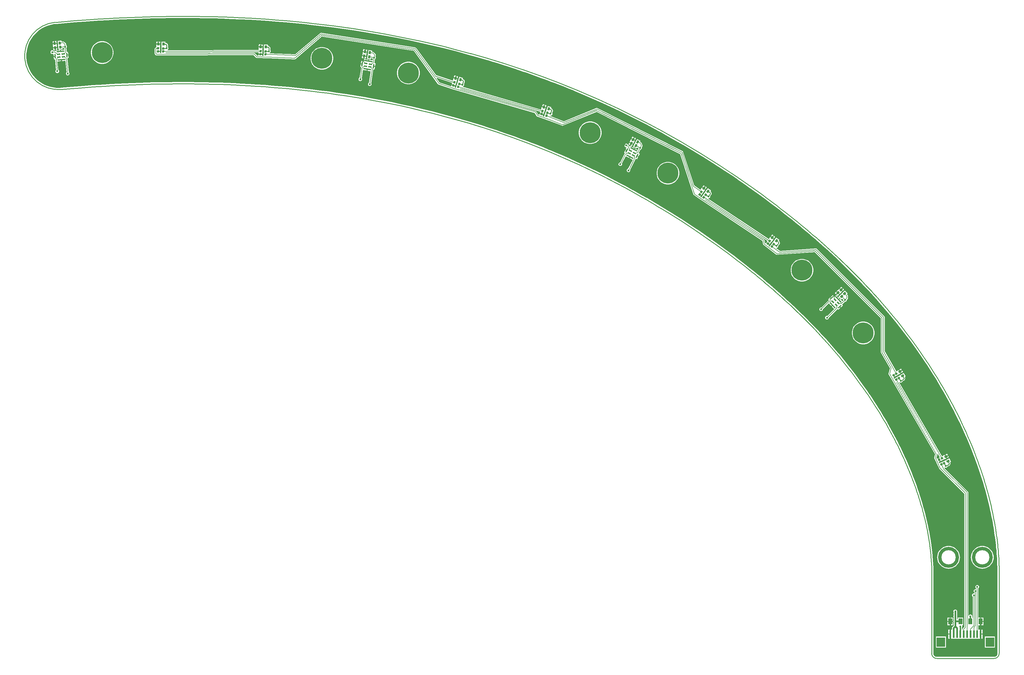
<source format=gtl>
G04*
G04 #@! TF.GenerationSoftware,Altium Limited,Altium Designer,22.2.1 (43)*
G04*
G04 Layer_Physical_Order=1*
G04 Layer_Color=255*
%FSLAX44Y44*%
%MOMM*%
G71*
G04*
G04 #@! TF.SameCoordinates,C81B6E68-797F-42A2-B6C5-F614A2D79E64*
G04*
G04*
G04 #@! TF.FilePolarity,Positive*
G04*
G01*
G75*
%ADD10C,0.2540*%
%ADD11C,0.1524*%
G04:AMPARAMS|DCode=13|XSize=0.889mm|YSize=0.635mm|CornerRadius=0mm|HoleSize=0mm|Usage=FLASHONLY|Rotation=53.351|XOffset=0mm|YOffset=0mm|HoleType=Round|Shape=Rectangle|*
%AMROTATEDRECTD13*
4,1,4,-0.0106,-0.5462,-0.5201,-0.1671,0.0106,0.5462,0.5201,0.1671,-0.0106,-0.5462,0.0*
%
%ADD13ROTATEDRECTD13*%

G04:AMPARAMS|DCode=14|XSize=0.6mm|YSize=0.7mm|CornerRadius=0mm|HoleSize=0mm|Usage=FLASHONLY|Rotation=323.351|XOffset=0mm|YOffset=0mm|HoleType=Round|Shape=Rectangle|*
%AMROTATEDRECTD14*
4,1,4,-0.4496,-0.1017,-0.0318,0.4599,0.4496,0.1017,0.0318,-0.4599,-0.4496,-0.1017,0.0*
%
%ADD14ROTATEDRECTD14*%

%ADD15R,1.1430X1.7780*%
%ADD16R,0.6000X2.2000*%
%ADD17R,2.5000X2.8000*%
G04:AMPARAMS|DCode=18|XSize=0.6mm|YSize=0.7mm|CornerRadius=0mm|HoleSize=0mm|Usage=FLASHONLY|Rotation=295.191|XOffset=0mm|YOffset=0mm|HoleType=Round|Shape=Rectangle|*
%AMROTATEDRECTD18*
4,1,4,-0.4444,0.1225,0.1890,0.4204,0.4444,-0.1225,-0.1890,-0.4204,-0.4444,0.1225,0.0*
%
%ADD18ROTATEDRECTD18*%

G04:AMPARAMS|DCode=19|XSize=0.889mm|YSize=0.635mm|CornerRadius=0mm|HoleSize=0mm|Usage=FLASHONLY|Rotation=205.191|XOffset=0mm|YOffset=0mm|HoleType=Round|Shape=Rectangle|*
%AMROTATEDRECTD19*
4,1,4,0.2671,0.4765,0.5374,-0.0981,-0.2671,-0.4765,-0.5374,0.0981,0.2671,0.4765,0.0*
%
%ADD19ROTATEDRECTD19*%

G04:AMPARAMS|DCode=20|XSize=0.889mm|YSize=0.635mm|CornerRadius=0mm|HoleSize=0mm|Usage=FLASHONLY|Rotation=211.124|XOffset=0mm|YOffset=0mm|HoleType=Round|Shape=Rectangle|*
%AMROTATEDRECTD20*
4,1,4,0.2164,0.5016,0.5446,-0.0420,-0.2164,-0.5016,-0.5446,0.0420,0.2164,0.5016,0.0*
%
%ADD20ROTATEDRECTD20*%

G04:AMPARAMS|DCode=21|XSize=0.6mm|YSize=0.7mm|CornerRadius=0mm|HoleSize=0mm|Usage=FLASHONLY|Rotation=301.124|XOffset=0mm|YOffset=0mm|HoleType=Round|Shape=Rectangle|*
%AMROTATEDRECTD21*
4,1,4,-0.4547,0.0759,0.1446,0.4377,0.4547,-0.0759,-0.1446,-0.4377,-0.4547,0.0759,0.0*
%
%ADD21ROTATEDRECTD21*%

G04:AMPARAMS|DCode=22|XSize=0.889mm|YSize=0.635mm|CornerRadius=0mm|HoleSize=0mm|Usage=FLASHONLY|Rotation=234.951|XOffset=0mm|YOffset=0mm|HoleType=Round|Shape=Rectangle|*
%AMROTATEDRECTD22*
4,1,4,-0.0047,0.5462,0.5152,0.1816,0.0047,-0.5462,-0.5152,-0.1816,-0.0047,0.5462,0.0*
%
%ADD22ROTATEDRECTD22*%

G04:AMPARAMS|DCode=23|XSize=0.6mm|YSize=0.7mm|CornerRadius=0mm|HoleSize=0mm|Usage=FLASHONLY|Rotation=324.951|XOffset=0mm|YOffset=0mm|HoleType=Round|Shape=Rectangle|*
%AMROTATEDRECTD23*
4,1,4,-0.4466,-0.1143,-0.0446,0.4588,0.4466,0.1143,0.0446,-0.4588,-0.4466,-0.1143,0.0*
%
%ADD23ROTATEDRECTD23*%

G04:AMPARAMS|DCode=24|XSize=0.889mm|YSize=0.635mm|CornerRadius=0mm|HoleSize=0mm|Usage=FLASHONLY|Rotation=250.775|XOffset=0mm|YOffset=0mm|HoleType=Round|Shape=Rectangle|*
%AMROTATEDRECTD24*
4,1,4,-0.1534,0.5243,0.4462,0.3152,0.1534,-0.5243,-0.4462,-0.3152,-0.1534,0.5243,0.0*
%
%ADD24ROTATEDRECTD24*%

G04:AMPARAMS|DCode=25|XSize=0.6mm|YSize=0.7mm|CornerRadius=0mm|HoleSize=0mm|Usage=FLASHONLY|Rotation=340.775|XOffset=0mm|YOffset=0mm|HoleType=Round|Shape=Rectangle|*
%AMROTATEDRECTD25*
4,1,4,-0.3985,-0.2317,-0.1680,0.4293,0.3985,0.2317,0.1680,-0.4293,-0.3985,-0.2317,0.0*
%
%ADD25ROTATEDRECTD25*%

G04:AMPARAMS|DCode=26|XSize=0.889mm|YSize=0.635mm|CornerRadius=0mm|HoleSize=0mm|Usage=FLASHONLY|Rotation=252.912|XOffset=0mm|YOffset=0mm|HoleType=Round|Shape=Rectangle|*
%AMROTATEDRECTD26*
4,1,4,-0.1729,0.5182,0.4341,0.3316,0.1729,-0.5182,-0.4341,-0.3316,-0.1729,0.5182,0.0*
%
%ADD26ROTATEDRECTD26*%

G04:AMPARAMS|DCode=27|XSize=0.6mm|YSize=0.7mm|CornerRadius=0mm|HoleSize=0mm|Usage=FLASHONLY|Rotation=342.912|XOffset=0mm|YOffset=0mm|HoleType=Round|Shape=Rectangle|*
%AMROTATEDRECTD27*
4,1,4,-0.3896,-0.2464,-0.1839,0.4227,0.3896,0.2464,0.1839,-0.4227,-0.3896,-0.2464,0.0*
%
%ADD27ROTATEDRECTD27*%

G04:AMPARAMS|DCode=28|XSize=0.889mm|YSize=0.635mm|CornerRadius=0mm|HoleSize=0mm|Usage=FLASHONLY|Rotation=267.880|XOffset=0mm|YOffset=0mm|HoleType=Round|Shape=Rectangle|*
%AMROTATEDRECTD28*
4,1,4,-0.3008,0.4559,0.3337,0.4325,0.3008,-0.4559,-0.3337,-0.4325,-0.3008,0.4559,0.0*
%
%ADD28ROTATEDRECTD28*%

G04:AMPARAMS|DCode=29|XSize=0.6mm|YSize=0.7mm|CornerRadius=0mm|HoleSize=0mm|Usage=FLASHONLY|Rotation=357.880|XOffset=0mm|YOffset=0mm|HoleType=Round|Shape=Rectangle|*
%AMROTATEDRECTD29*
4,1,4,-0.3127,-0.3387,-0.2869,0.3609,0.3127,0.3387,0.2869,-0.3609,-0.3127,-0.3387,0.0*
%
%ADD29ROTATEDRECTD29*%

G04:AMPARAMS|DCode=30|XSize=0.889mm|YSize=0.635mm|CornerRadius=0mm|HoleSize=0mm|Usage=FLASHONLY|Rotation=268.966|XOffset=0mm|YOffset=0mm|HoleType=Round|Shape=Rectangle|*
%AMROTATEDRECTD30*
4,1,4,-0.3094,0.4502,0.3255,0.4387,0.3094,-0.4502,-0.3255,-0.4387,-0.3094,0.4502,0.0*
%
%ADD30ROTATEDRECTD30*%

G04:AMPARAMS|DCode=31|XSize=0.6mm|YSize=0.7mm|CornerRadius=0mm|HoleSize=0mm|Usage=FLASHONLY|Rotation=358.966|XOffset=0mm|YOffset=0mm|HoleType=Round|Shape=Rectangle|*
%AMROTATEDRECTD31*
4,1,4,-0.3063,-0.3445,-0.2936,0.3554,0.3063,0.3445,0.2936,-0.3554,-0.3063,-0.3445,0.0*
%
%ADD31ROTATEDRECTD31*%

G04:AMPARAMS|DCode=32|XSize=0.35mm|YSize=2.3mm|CornerRadius=0mm|HoleSize=0mm|Usage=FLASHONLY|Rotation=44.350|XOffset=0mm|YOffset=0mm|HoleType=Round|Shape=Rectangle|*
%AMROTATEDRECTD32*
4,1,4,0.6788,-0.9447,-0.9290,0.7000,-0.6788,0.9447,0.9290,-0.7000,0.6788,-0.9447,0.0*
%
%ADD32ROTATEDRECTD32*%

G04:AMPARAMS|DCode=33|XSize=0.4mm|YSize=0.95mm|CornerRadius=0mm|HoleSize=0mm|Usage=FLASHONLY|Rotation=44.350|XOffset=0mm|YOffset=0mm|HoleType=Round|Shape=Rectangle|*
%AMROTATEDRECTD33*
4,1,4,0.1890,-0.4795,-0.4751,0.1999,-0.1890,0.4795,0.4751,-0.1999,0.1890,-0.4795,0.0*
%
%ADD33ROTATEDRECTD33*%

G04:AMPARAMS|DCode=34|XSize=0.35mm|YSize=1.3mm|CornerRadius=0mm|HoleSize=0mm|Usage=FLASHONLY|Rotation=134.350|XOffset=0mm|YOffset=0mm|HoleType=Round|Shape=Rectangle|*
%AMROTATEDRECTD34*
4,1,4,0.5871,0.3292,-0.3425,-0.5795,-0.5871,-0.3292,0.3425,0.5795,0.5871,0.3292,0.0*
%
%ADD34ROTATEDRECTD34*%

G04:AMPARAMS|DCode=35|XSize=0.889mm|YSize=0.635mm|CornerRadius=0mm|HoleSize=0mm|Usage=FLASHONLY|Rotation=224.350|XOffset=0mm|YOffset=0mm|HoleType=Round|Shape=Rectangle|*
%AMROTATEDRECTD35*
4,1,4,0.0959,0.5378,0.5398,0.0837,-0.0959,-0.5378,-0.5398,-0.0837,0.0959,0.5378,0.0*
%
%ADD35ROTATEDRECTD35*%

G04:AMPARAMS|DCode=36|XSize=0.35mm|YSize=2.3mm|CornerRadius=0mm|HoleSize=0mm|Usage=FLASHONLY|Rotation=62.500|XOffset=0mm|YOffset=0mm|HoleType=Round|Shape=Rectangle|*
%AMROTATEDRECTD36*
4,1,4,0.9393,-0.6862,-1.1009,0.3758,-0.9393,0.6862,1.1009,-0.3758,0.9393,-0.6862,0.0*
%
%ADD36ROTATEDRECTD36*%

G04:AMPARAMS|DCode=37|XSize=0.4mm|YSize=0.95mm|CornerRadius=0mm|HoleSize=0mm|Usage=FLASHONLY|Rotation=62.500|XOffset=0mm|YOffset=0mm|HoleType=Round|Shape=Rectangle|*
%AMROTATEDRECTD37*
4,1,4,0.3290,-0.3967,-0.5137,0.0419,-0.3290,0.3967,0.5137,-0.0419,0.3290,-0.3967,0.0*
%
%ADD37ROTATEDRECTD37*%

G04:AMPARAMS|DCode=38|XSize=0.35mm|YSize=1.3mm|CornerRadius=0mm|HoleSize=0mm|Usage=FLASHONLY|Rotation=152.500|XOffset=0mm|YOffset=0mm|HoleType=Round|Shape=Rectangle|*
%AMROTATEDRECTD38*
4,1,4,0.4554,0.4958,-0.1449,-0.6574,-0.4554,-0.4958,0.1449,0.6574,0.4554,0.4958,0.0*
%
%ADD38ROTATEDRECTD38*%

G04:AMPARAMS|DCode=39|XSize=0.889mm|YSize=0.635mm|CornerRadius=0mm|HoleSize=0mm|Usage=FLASHONLY|Rotation=242.500|XOffset=0mm|YOffset=0mm|HoleType=Round|Shape=Rectangle|*
%AMROTATEDRECTD39*
4,1,4,-0.0764,0.5409,0.4869,0.2477,0.0764,-0.5409,-0.4869,-0.2477,-0.0764,0.5409,0.0*
%
%ADD39ROTATEDRECTD39*%

G04:AMPARAMS|DCode=40|XSize=0.889mm|YSize=0.635mm|CornerRadius=0mm|HoleSize=0mm|Usage=FLASHONLY|Rotation=260.500|XOffset=0mm|YOffset=0mm|HoleType=Round|Shape=Rectangle|*
%AMROTATEDRECTD40*
4,1,4,-0.2398,0.4908,0.3865,0.3860,0.2398,-0.4908,-0.3865,-0.3860,-0.2398,0.4908,0.0*
%
%ADD40ROTATEDRECTD40*%

G04:AMPARAMS|DCode=41|XSize=0.35mm|YSize=2.3mm|CornerRadius=0mm|HoleSize=0mm|Usage=FLASHONLY|Rotation=80.500|XOffset=0mm|YOffset=0mm|HoleType=Round|Shape=Rectangle|*
%AMROTATEDRECTD41*
4,1,4,1.1053,-0.3624,-1.1631,0.0172,-1.1053,0.3624,1.1631,-0.0172,1.1053,-0.3624,0.0*
%
%ADD41ROTATEDRECTD41*%

G04:AMPARAMS|DCode=42|XSize=0.4mm|YSize=0.95mm|CornerRadius=0mm|HoleSize=0mm|Usage=FLASHONLY|Rotation=80.500|XOffset=0mm|YOffset=0mm|HoleType=Round|Shape=Rectangle|*
%AMROTATEDRECTD42*
4,1,4,0.4355,-0.2757,-0.5015,-0.1189,-0.4355,0.2757,0.5015,0.1189,0.4355,-0.2757,0.0*
%
%ADD42ROTATEDRECTD42*%

G04:AMPARAMS|DCode=43|XSize=0.35mm|YSize=1.3mm|CornerRadius=0mm|HoleSize=0mm|Usage=FLASHONLY|Rotation=170.500|XOffset=0mm|YOffset=0mm|HoleType=Round|Shape=Rectangle|*
%AMROTATEDRECTD43*
4,1,4,0.2799,0.6122,0.0653,-0.6700,-0.2799,-0.6122,-0.0653,0.6700,0.2799,0.6122,0.0*
%
%ADD43ROTATEDRECTD43*%

G04:AMPARAMS|DCode=44|XSize=0.35mm|YSize=2.3mm|CornerRadius=0mm|HoleSize=0mm|Usage=FLASHONLY|Rotation=95.225|XOffset=0mm|YOffset=0mm|HoleType=Round|Shape=Rectangle|*
%AMROTATEDRECTD44*
4,1,4,1.1612,-0.0696,-1.1293,-0.2790,-1.1612,0.0696,1.1293,0.2790,1.1612,-0.0696,0.0*
%
%ADD44ROTATEDRECTD44*%

G04:AMPARAMS|DCode=45|XSize=0.4mm|YSize=0.95mm|CornerRadius=0mm|HoleSize=0mm|Usage=FLASHONLY|Rotation=95.225|XOffset=0mm|YOffset=0mm|HoleType=Round|Shape=Rectangle|*
%AMROTATEDRECTD45*
4,1,4,0.4912,-0.1559,-0.4548,-0.2424,-0.4912,0.1559,0.4548,0.2424,0.4912,-0.1559,0.0*
%
%ADD45ROTATEDRECTD45*%

G04:AMPARAMS|DCode=46|XSize=0.35mm|YSize=1.3mm|CornerRadius=0mm|HoleSize=0mm|Usage=FLASHONLY|Rotation=185.225|XOffset=0mm|YOffset=0mm|HoleType=Round|Shape=Rectangle|*
%AMROTATEDRECTD46*
4,1,4,0.1151,0.6632,0.2335,-0.6314,-0.1151,-0.6632,-0.2335,0.6314,0.1151,0.6632,0.0*
%
%ADD46ROTATEDRECTD46*%

G04:AMPARAMS|DCode=47|XSize=0.889mm|YSize=0.635mm|CornerRadius=0mm|HoleSize=0mm|Usage=FLASHONLY|Rotation=275.225|XOffset=0mm|YOffset=0mm|HoleType=Round|Shape=Rectangle|*
%AMROTATEDRECTD47*
4,1,4,-0.3567,0.4137,0.2757,0.4716,0.3567,-0.4137,-0.2757,-0.4716,-0.3567,0.4137,0.0*
%
%ADD47ROTATEDRECTD47*%

%ADD86C,1.0200*%
%ADD87C,0.3810*%
%ADD88C,0.5080*%
%ADD89C,6.2000*%
%ADD90C,0.5500*%
%ADD91C,0.6200*%
G36*
X-2281411Y1898941D02*
X-2254632Y1898567D01*
X-2227860Y1897998D01*
X-2201107Y1897233D01*
X-2174366Y1896269D01*
X-2147642Y1895105D01*
X-2120933Y1893738D01*
X-2094243Y1892166D01*
X-2067574Y1890387D01*
X-2040925Y1888399D01*
X-2014299Y1886200D01*
X-1987698Y1883788D01*
X-1961116Y1881160D01*
X-1934569Y1878316D01*
X-1904253Y1874796D01*
X-1873982Y1870988D01*
X-1843747Y1866887D01*
X-1813551Y1862490D01*
X-1783402Y1857796D01*
X-1753295Y1852800D01*
X-1719481Y1846815D01*
X-1685724Y1840440D01*
X-1652034Y1833671D01*
X-1618409Y1826504D01*
X-1584854Y1818934D01*
X-1547652Y1810044D01*
X-1510545Y1800646D01*
X-1466115Y1788681D01*
X-1460128Y1787015D01*
X-1448125Y1783618D01*
X-1436138Y1780167D01*
X-1424167Y1776662D01*
X-1418192Y1774883D01*
X-1411743Y1772963D01*
X-1398870Y1769061D01*
X-1386011Y1765095D01*
X-1373170Y1761065D01*
X-1366761Y1759019D01*
X-1366761Y1759019D01*
X-1359418Y1756674D01*
X-1344765Y1751904D01*
X-1330139Y1747051D01*
X-1315540Y1742114D01*
X-1308255Y1739604D01*
X-1301407Y1737244D01*
X-1287742Y1732453D01*
X-1274095Y1727586D01*
X-1260482Y1722648D01*
X-1253684Y1720140D01*
X-1248232Y1718129D01*
X-1237357Y1714063D01*
X-1226493Y1709946D01*
X-1215644Y1705782D01*
X-1210231Y1703676D01*
X-1203443Y1701036D01*
X-1189902Y1695683D01*
X-1176383Y1690251D01*
X-1162899Y1684747D01*
X-1156175Y1681958D01*
X-1156175Y1681958D01*
X-1156175Y1681958D01*
X-1139463Y1675028D01*
X-1106233Y1660701D01*
X-1073210Y1645912D01*
X-1040395Y1630661D01*
X-1024110Y1622813D01*
X-992258Y1607192D01*
X-953500Y1587453D01*
X-946924Y1584035D01*
X-933777Y1577108D01*
X-920668Y1570106D01*
X-907594Y1563030D01*
X-901082Y1559458D01*
X-886717Y1551575D01*
X-858177Y1535459D01*
X-829837Y1518999D01*
X-801701Y1502197D01*
X-773768Y1485053D01*
X-746046Y1467570D01*
X-718541Y1449753D01*
X-691251Y1431601D01*
X-677719Y1422361D01*
X-677719Y1422361D01*
X-677719Y1422361D01*
X-672417Y1418741D01*
X-661854Y1411456D01*
X-651325Y1404119D01*
X-640832Y1396732D01*
X-635612Y1393020D01*
X-606886Y1372302D01*
X-591114Y1360676D01*
X-575457Y1348952D01*
X-563027Y1339511D01*
X-550684Y1330016D01*
X-538427Y1320468D01*
X-526259Y1310866D01*
X-514181Y1301211D01*
X-502199Y1291509D01*
X-490310Y1281754D01*
X-481460Y1274409D01*
X-472663Y1267035D01*
X-463924Y1259636D01*
X-455244Y1252213D01*
X-446619Y1244761D01*
X-438052Y1237284D01*
X-429549Y1229786D01*
X-421105Y1222261D01*
X-409942Y1212193D01*
X-398891Y1202085D01*
X-387954Y1191939D01*
X-377129Y1181754D01*
X-366420Y1171533D01*
X-355828Y1161277D01*
X-345358Y1150992D01*
X-335005Y1140673D01*
X-327323Y1132917D01*
X-319711Y1125145D01*
X-312163Y1117352D01*
X-304691Y1109550D01*
X-297291Y1101734D01*
X-289961Y1093903D01*
X-282704Y1086060D01*
X-275521Y1078206D01*
X-268411Y1070338D01*
X-261377Y1062463D01*
X-252120Y1051951D01*
X-236226Y1033498D01*
X-220745Y1015005D01*
X-205666Y996471D01*
X-190989Y977902D01*
X-176708Y959301D01*
X-162819Y940674D01*
X-147422Y919358D01*
X-132526Y898019D01*
X-121686Y882012D01*
X-112864Y868667D01*
X-104235Y855322D01*
X-95798Y841976D01*
X-87556Y828637D01*
X-79501Y815296D01*
X-71639Y801966D01*
X-63967Y788644D01*
X-56485Y775331D01*
X-49192Y762032D01*
X-42085Y748743D01*
X-35169Y735473D01*
X-28440Y722221D01*
X-21897Y708987D01*
X-15539Y695772D01*
X-9367Y682582D01*
X-3381Y669419D01*
X2424Y656277D01*
X8043Y643169D01*
X13482Y630084D01*
X18738Y617035D01*
X23815Y604013D01*
X27743Y593631D01*
X31560Y583263D01*
X35261Y572922D01*
X38847Y562607D01*
X42320Y552314D01*
X45679Y542050D01*
X48925Y531816D01*
X52058Y521608D01*
X55079Y511427D01*
X57986Y501281D01*
X60781Y491163D01*
X63465Y481074D01*
X66037Y471019D01*
X68498Y460998D01*
X70847Y451011D01*
X73087Y441056D01*
X75214Y431142D01*
X77232Y421262D01*
X79140Y411420D01*
X80939Y401612D01*
X82215Y394293D01*
X83430Y386986D01*
X84583Y379709D01*
X85676Y372449D01*
X86706Y365213D01*
X87676Y358003D01*
X88584Y350810D01*
X89431Y343643D01*
X90217Y336498D01*
X90941Y329383D01*
X91813Y319922D01*
X92577Y310500D01*
X93078Y303475D01*
X93519Y296479D01*
X93899Y289512D01*
X94118Y284896D01*
X94311Y280277D01*
X94320Y280239D01*
X94315Y280200D01*
X94902Y269855D01*
Y15000D01*
X94902Y14025D01*
X94522Y12112D01*
X93775Y10309D01*
X92691Y8688D01*
X91312Y7308D01*
X89690Y6225D01*
X87888Y5478D01*
X85975Y5098D01*
X-85975D01*
X-87888Y5478D01*
X-89691Y6225D01*
X-91312Y7308D01*
X-92691Y8688D01*
X-93775Y10310D01*
X-94522Y12112D01*
X-94902Y14025D01*
Y15000D01*
Y270000D01*
X-94940Y270188D01*
X-94916Y270378D01*
X-95747Y281535D01*
X-95921Y284680D01*
X-95924Y284695D01*
X-95922Y284709D01*
X-96167Y288728D01*
X-96172Y288745D01*
X-96169Y288763D01*
X-96499Y293623D01*
X-96505Y293647D01*
X-96502Y293671D01*
X-97070Y301028D01*
X-97078Y301056D01*
X-97075Y301085D01*
X-97732Y308512D01*
X-97738Y308533D01*
X-97736Y308556D01*
X-98140Y312708D01*
X-98145Y312724D01*
X-98143Y312740D01*
X-98575Y316911D01*
X-98579Y316925D01*
X-98578Y316939D01*
X-98943Y320290D01*
X-98947Y320303D01*
X-98946Y320315D01*
X-99330Y323679D01*
X-99333Y323691D01*
X-99332Y323704D01*
X-99734Y327080D01*
X-99738Y327092D01*
X-99737Y327105D01*
X-100156Y330494D01*
X-100160Y330506D01*
X-100160Y330519D01*
X-100597Y333922D01*
X-100602Y333935D01*
X-100601Y333949D01*
X-101174Y338221D01*
X-101179Y338236D01*
X-101178Y338251D01*
X-101779Y342544D01*
X-101785Y342560D01*
X-101784Y342577D01*
X-102544Y347755D01*
X-102550Y347772D01*
X-102549Y347791D01*
X-103351Y352998D01*
X-103357Y353015D01*
X-103356Y353033D01*
X-104200Y358269D01*
X-104206Y358285D01*
X-104205Y358304D01*
X-105091Y363567D01*
X-105097Y363583D01*
X-105097Y363601D01*
X-106024Y368891D01*
X-106030Y368907D01*
X-106030Y368923D01*
X-106835Y373351D01*
X-106841Y373367D01*
X-106841Y373383D01*
X-107847Y378721D01*
X-107853Y378737D01*
X-107853Y378755D01*
X-108902Y384119D01*
X-108908Y384136D01*
X-108908Y384153D01*
X-110000Y389543D01*
X-110006Y389559D01*
X-110006Y389576D01*
X-111141Y394991D01*
X-111148Y395007D01*
X-111148Y395025D01*
X-112326Y400464D01*
X-112333Y400480D01*
X-112333Y400497D01*
X-113554Y405961D01*
X-113561Y405977D01*
X-113562Y405994D01*
X-114827Y411483D01*
X-114834Y411498D01*
X-114834Y411516D01*
X-116143Y417028D01*
X-116151Y417043D01*
X-116151Y417060D01*
X-117504Y422596D01*
X-117511Y422611D01*
X-117512Y422628D01*
X-118910Y428187D01*
X-118917Y428202D01*
X-118918Y428219D01*
X-120359Y433801D01*
X-120367Y433816D01*
X-120368Y433833D01*
X-121854Y439437D01*
X-121862Y439452D01*
X-121863Y439468D01*
X-123394Y445095D01*
X-123401Y445110D01*
X-123403Y445126D01*
X-124979Y450774D01*
X-124987Y450790D01*
X-124988Y450808D01*
X-126884Y457425D01*
X-126893Y457442D01*
X-126895Y457461D01*
X-128853Y464106D01*
X-128861Y464123D01*
X-128863Y464142D01*
X-130883Y470815D01*
X-130892Y470832D01*
X-130894Y470851D01*
X-132976Y477551D01*
X-132985Y477568D01*
X-132987Y477587D01*
X-135131Y484314D01*
X-135140Y484331D01*
X-135143Y484350D01*
X-137350Y491104D01*
X-137359Y491120D01*
X-137361Y491139D01*
X-139631Y497918D01*
X-139641Y497935D01*
X-139643Y497953D01*
X-141977Y504758D01*
X-141986Y504774D01*
X-141989Y504793D01*
X-144386Y511622D01*
X-144395Y511638D01*
X-144398Y511657D01*
X-146859Y518511D01*
X-146868Y518526D01*
X-146871Y518545D01*
X-149396Y525422D01*
X-149406Y525439D01*
X-149409Y525459D01*
X-152374Y533347D01*
X-152385Y533365D01*
X-152388Y533386D01*
X-155437Y541303D01*
X-155448Y541321D01*
X-155452Y541342D01*
X-158585Y549288D01*
X-158596Y549306D01*
X-158600Y549326D01*
X-161819Y557300D01*
X-161830Y557318D01*
X-161834Y557338D01*
X-165138Y565340D01*
X-165149Y565357D01*
X-165154Y565377D01*
X-168543Y573405D01*
X-168555Y573422D01*
X-168559Y573442D01*
X-172035Y581496D01*
X-172047Y581512D01*
X-172051Y581532D01*
X-175613Y589610D01*
X-175625Y589627D01*
X-175630Y589647D01*
X-179279Y597749D01*
X-179291Y597766D01*
X-179296Y597786D01*
X-183032Y605911D01*
X-183045Y605929D01*
X-183050Y605950D01*
X-187358Y615117D01*
X-187372Y615136D01*
X-187378Y615158D01*
X-191797Y624353D01*
X-191811Y624371D01*
X-191817Y624393D01*
X-196348Y633614D01*
X-196362Y633632D01*
X-196368Y633654D01*
X-201012Y642900D01*
X-201026Y642918D01*
X-201032Y642940D01*
X-205788Y652210D01*
X-205802Y652227D01*
X-205809Y652249D01*
X-210679Y661543D01*
X-210693Y661560D01*
X-210699Y661581D01*
X-215683Y670897D01*
X-215697Y670914D01*
X-215704Y670935D01*
X-220802Y680271D01*
X-220816Y680288D01*
X-220823Y680309D01*
X-226036Y689665D01*
X-226051Y689682D01*
X-226057Y689703D01*
X-231386Y699078D01*
X-231401Y699096D01*
X-231409Y699118D01*
X-237465Y709555D01*
X-237481Y709573D01*
X-237489Y709596D01*
X-243690Y720054D01*
X-243706Y720073D01*
X-243714Y720095D01*
X-250059Y730573D01*
X-250075Y730591D01*
X-250083Y730613D01*
X-256573Y741108D01*
X-256590Y741126D01*
X-256598Y741148D01*
X-263234Y751660D01*
X-263250Y751677D01*
X-263259Y751699D01*
X-270041Y762226D01*
X-270058Y762243D01*
X-270067Y762265D01*
X-276996Y772805D01*
X-277013Y772822D01*
X-277022Y772844D01*
X-284099Y783396D01*
X-284116Y783412D01*
X-284125Y783434D01*
X-291351Y793997D01*
X-291368Y794013D01*
X-291377Y794035D01*
X-298752Y804607D01*
X-298770Y804624D01*
X-298780Y804647D01*
X-307065Y816284D01*
X-307084Y816302D01*
X-307095Y816326D01*
X-315562Y827970D01*
X-315581Y827988D01*
X-315592Y828011D01*
X-324243Y839661D01*
X-324262Y839679D01*
X-324273Y839702D01*
X-333107Y851356D01*
X-333126Y851373D01*
X-333137Y851396D01*
X-342156Y863051D01*
X-342175Y863067D01*
X-342187Y863090D01*
X-351390Y874744D01*
X-351410Y874761D01*
X-351422Y874784D01*
X-360811Y886435D01*
X-360831Y886452D01*
X-360843Y886474D01*
X-370419Y898121D01*
X-370439Y898137D01*
X-370451Y898160D01*
X-380215Y909800D01*
X-380236Y909817D01*
X-380249Y909840D01*
X-391116Y922529D01*
X-391137Y922545D01*
X-391150Y922568D01*
X-401309Y934188D01*
X-401329Y934203D01*
X-401341Y934224D01*
X-410742Y944777D01*
X-410760Y944791D01*
X-410772Y944810D01*
X-420331Y955353D01*
X-420349Y955366D01*
X-420360Y955384D01*
X-429100Y964863D01*
X-429117Y964875D01*
X-429128Y964892D01*
X-437999Y974362D01*
X-438016Y974374D01*
X-438026Y974391D01*
X-447029Y983851D01*
X-447046Y983863D01*
X-447057Y983880D01*
X-456192Y993330D01*
X-456209Y993341D01*
X-456220Y993358D01*
X-465489Y1002799D01*
X-465503Y1002808D01*
X-465512Y1002822D01*
X-471767Y1009110D01*
X-471777Y1009117D01*
X-471783Y1009127D01*
X-477041Y1014363D01*
X-477050Y1014369D01*
X-477056Y1014379D01*
X-482355Y1019611D01*
X-482364Y1019617D01*
X-482370Y1019626D01*
X-487710Y1024855D01*
X-487719Y1024861D01*
X-487725Y1024870D01*
X-493105Y1030094D01*
X-493114Y1030100D01*
X-493120Y1030109D01*
X-498540Y1035329D01*
X-498549Y1035334D01*
X-498555Y1035343D01*
X-504015Y1040558D01*
X-504023Y1040564D01*
X-504030Y1040572D01*
X-509528Y1045782D01*
X-509537Y1045788D01*
X-509543Y1045796D01*
X-515081Y1051000D01*
X-515089Y1051006D01*
X-515096Y1051014D01*
X-520672Y1056212D01*
X-520680Y1056218D01*
X-520686Y1056226D01*
X-526300Y1061418D01*
X-526310Y1061424D01*
X-526317Y1061433D01*
X-533103Y1067655D01*
X-533114Y1067661D01*
X-533121Y1067671D01*
X-539961Y1073883D01*
X-539972Y1073889D01*
X-539979Y1073899D01*
X-546872Y1080100D01*
X-546881Y1080106D01*
X-546888Y1080114D01*
X-552672Y1085274D01*
X-552681Y1085279D01*
X-552688Y1085288D01*
X-559676Y1091469D01*
X-559687Y1091475D01*
X-559694Y1091484D01*
X-566733Y1097653D01*
X-566743Y1097658D01*
X-566750Y1097668D01*
X-573840Y1103824D01*
X-573850Y1103829D01*
X-573857Y1103839D01*
X-580996Y1109982D01*
X-581006Y1109987D01*
X-581013Y1109996D01*
X-588201Y1116126D01*
X-588211Y1116132D01*
X-588218Y1116141D01*
X-595454Y1122256D01*
X-595465Y1122262D01*
X-595472Y1122272D01*
X-603974Y1129388D01*
X-603986Y1129394D01*
X-603994Y1129404D01*
X-612559Y1136500D01*
X-612570Y1136506D01*
X-612579Y1136516D01*
X-621206Y1143590D01*
X-621218Y1143596D01*
X-621226Y1143606D01*
X-629914Y1150658D01*
X-629927Y1150665D01*
X-629935Y1150675D01*
X-639939Y1158706D01*
X-639952Y1158713D01*
X-639961Y1158724D01*
X-650041Y1166723D01*
X-650055Y1166730D01*
X-650065Y1166742D01*
X-661494Y1175703D01*
X-661509Y1175710D01*
X-661519Y1175722D01*
X-673041Y1184639D01*
X-673056Y1184647D01*
X-673068Y1184660D01*
X-685975Y1194515D01*
X-685992Y1194523D01*
X-686005Y1194537D01*
X-700328Y1205311D01*
X-700346Y1205320D01*
X-700360Y1205335D01*
X-716130Y1217006D01*
X-716150Y1217015D01*
X-716165Y1217032D01*
X-734746Y1230532D01*
X-734770Y1230543D01*
X-734788Y1230562D01*
X-756252Y1245831D01*
X-756283Y1245845D01*
X-756306Y1245869D01*
X-787564Y1267500D01*
X-787599Y1267515D01*
X-787626Y1267542D01*
X-806751Y1280369D01*
X-806778Y1280380D01*
X-806800Y1280401D01*
X-839808Y1301992D01*
X-839838Y1302005D01*
X-839863Y1302028D01*
X-857904Y1313500D01*
X-857924Y1313508D01*
X-857940Y1313523D01*
X-873567Y1323278D01*
X-873584Y1323285D01*
X-873597Y1323297D01*
X-886742Y1331375D01*
X-886756Y1331380D01*
X-886767Y1331390D01*
X-897366Y1337821D01*
X-897378Y1337825D01*
X-897388Y1337834D01*
X-908065Y1344238D01*
X-908077Y1344243D01*
X-908086Y1344251D01*
X-918823Y1350619D01*
X-943604Y1365590D01*
X-943658Y1365610D01*
X-943700Y1365647D01*
X-956397Y1372943D01*
X-956420Y1372950D01*
X-956439Y1372967D01*
X-985125Y1389085D01*
X-985154Y1389095D01*
X-985178Y1389115D01*
X-1007590Y1401359D01*
X-1007613Y1401366D01*
X-1007631Y1401381D01*
X-1024188Y1410233D01*
X-1024218Y1410242D01*
X-1024241Y1410261D01*
X-1057561Y1427575D01*
X-1057600Y1427586D01*
X-1057632Y1427611D01*
X-1091219Y1444403D01*
X-1091258Y1444413D01*
X-1091290Y1444438D01*
X-1125135Y1460703D01*
X-1125164Y1460710D01*
X-1125189Y1460728D01*
X-1142205Y1468662D01*
X-1142221Y1468666D01*
X-1142235Y1468676D01*
X-1152827Y1473533D01*
X-1152846Y1473537D01*
X-1152861Y1473548D01*
X-1174116Y1483107D01*
X-1174140Y1483113D01*
X-1174161Y1483127D01*
X-1195508Y1492481D01*
X-1195532Y1492487D01*
X-1195553Y1492501D01*
X-1216988Y1501648D01*
X-1217007Y1501652D01*
X-1217022Y1501662D01*
X-1227773Y1506158D01*
X-1227784Y1506160D01*
X-1227792Y1506166D01*
X-1235213Y1509234D01*
X-1235226Y1509237D01*
X-1235236Y1509244D01*
X-1250108Y1515306D01*
X-1250124Y1515309D01*
X-1250139Y1515319D01*
X-1265050Y1521283D01*
X-1265067Y1521286D01*
X-1265081Y1521296D01*
X-1280031Y1527162D01*
X-1280044Y1527164D01*
X-1280054Y1527171D01*
X-1287544Y1530067D01*
X-1287552Y1530068D01*
X-1287558Y1530072D01*
X-1293997Y1532540D01*
X-1294008Y1532542D01*
X-1294017Y1532547D01*
X-1306914Y1537428D01*
X-1306929Y1537430D01*
X-1306941Y1537438D01*
X-1319866Y1542245D01*
X-1319880Y1542248D01*
X-1319892Y1542255D01*
X-1332844Y1546991D01*
X-1332854Y1546993D01*
X-1332864Y1546998D01*
X-1339349Y1549339D01*
X-1339356Y1549340D01*
X-1339362Y1549343D01*
X-1345423Y1551512D01*
X-1345433Y1551514D01*
X-1345441Y1551519D01*
X-1357579Y1555809D01*
X-1357592Y1555811D01*
X-1357604Y1555818D01*
X-1369764Y1560045D01*
X-1369777Y1560047D01*
X-1369789Y1560054D01*
X-1381970Y1564218D01*
X-1381980Y1564220D01*
X-1381989Y1564225D01*
X-1388087Y1566283D01*
X-1388094Y1566284D01*
X-1388099Y1566287D01*
X-1393563Y1568117D01*
X-1393572Y1568118D01*
X-1393580Y1568122D01*
X-1404521Y1571744D01*
X-1404532Y1571745D01*
X-1404543Y1571751D01*
X-1415500Y1575323D01*
X-1415512Y1575324D01*
X-1415522Y1575330D01*
X-1426496Y1578851D01*
X-1426504Y1578852D01*
X-1426512Y1578856D01*
X-1432005Y1580598D01*
X-1432030Y1580600D01*
X-1432051Y1580612D01*
X-1472689Y1593073D01*
X-1472730Y1593077D01*
X-1472767Y1593096D01*
X-1510168Y1603915D01*
X-1510206Y1603918D01*
X-1510239Y1603935D01*
X-1544362Y1613275D01*
X-1544397Y1613277D01*
X-1544429Y1613293D01*
X-1578665Y1622166D01*
X-1578699Y1622168D01*
X-1578730Y1622182D01*
X-1611358Y1630184D01*
X-1611390Y1630185D01*
X-1611419Y1630198D01*
X-1642420Y1637398D01*
X-1642450Y1637399D01*
X-1642477Y1637411D01*
X-1671836Y1643873D01*
X-1671865Y1643874D01*
X-1671891Y1643885D01*
X-1701325Y1650023D01*
X-1701353Y1650023D01*
X-1701378Y1650034D01*
X-1729149Y1655517D01*
X-1729175Y1655517D01*
X-1729200Y1655527D01*
X-1757035Y1660728D01*
X-1757061Y1660728D01*
X-1757084Y1660737D01*
X-1783237Y1665359D01*
X-1783261Y1665359D01*
X-1783284Y1665367D01*
X-1809491Y1669746D01*
X-1809515Y1669745D01*
X-1809538Y1669753D01*
X-1835799Y1673889D01*
X-1835822Y1673889D01*
X-1835845Y1673897D01*
X-1862158Y1677793D01*
X-1862180Y1677792D01*
X-1862202Y1677799D01*
X-1886806Y1681222D01*
X-1886828Y1681220D01*
X-1886849Y1681227D01*
X-1911497Y1684444D01*
X-1911519Y1684442D01*
X-1911539Y1684449D01*
X-1936230Y1687462D01*
X-1936251Y1687460D01*
X-1936272Y1687467D01*
X-1961003Y1690277D01*
X-1961024Y1690275D01*
X-1961044Y1690281D01*
X-1984045Y1692711D01*
X-1984065Y1692710D01*
X-1984084Y1692715D01*
X-2007119Y1694973D01*
X-2007139Y1694971D01*
X-2007157Y1694977D01*
X-2030227Y1697065D01*
X-2030246Y1697063D01*
X-2030264Y1697068D01*
X-2053367Y1698987D01*
X-2053386Y1698984D01*
X-2053404Y1698990D01*
X-2076539Y1700740D01*
X-2076557Y1700738D01*
X-2076575Y1700743D01*
X-2099741Y1702327D01*
X-2099760Y1702325D01*
X-2099778Y1702330D01*
X-2122974Y1703749D01*
X-2122992Y1703746D01*
X-2123009Y1703751D01*
X-2144448Y1704915D01*
X-2144465Y1704913D01*
X-2144481Y1704917D01*
X-2165944Y1705943D01*
X-2165961Y1705940D01*
X-2165977Y1705944D01*
X-2187465Y1706832D01*
X-2187481Y1706830D01*
X-2187498Y1706833D01*
X-2209009Y1707585D01*
X-2209025Y1707582D01*
X-2209041Y1707586D01*
X-2230576Y1708202D01*
X-2230592Y1708199D01*
X-2230608Y1708203D01*
X-2252165Y1708684D01*
X-2252181Y1708681D01*
X-2252197Y1708685D01*
X-2273775Y1709033D01*
X-2273791Y1709030D01*
X-2273807Y1709033D01*
X-2295406Y1709249D01*
X-2295422Y1709246D01*
X-2295437Y1709249D01*
X-2317056Y1709333D01*
X-2317072Y1709330D01*
X-2317087Y1709333D01*
X-2338725Y1709287D01*
X-2338741Y1709284D01*
X-2338756Y1709287D01*
X-2360412Y1709111D01*
X-2360427Y1709108D01*
X-2360443Y1709111D01*
X-2382116Y1708808D01*
X-2382131Y1708804D01*
X-2382146Y1708807D01*
X-2403836Y1708376D01*
X-2403851Y1708373D01*
X-2403866Y1708376D01*
X-2425572Y1707819D01*
X-2425586Y1707816D01*
X-2425601Y1707818D01*
X-2447322Y1707136D01*
X-2447336Y1707133D01*
X-2447351Y1707135D01*
X-2469086Y1706329D01*
X-2469100Y1706326D01*
X-2469114Y1706328D01*
X-2490864Y1705399D01*
X-2490878Y1705396D01*
X-2490892Y1705398D01*
X-2510844Y1704440D01*
X-2510856Y1704436D01*
X-2510869Y1704438D01*
X-2530836Y1703377D01*
X-2530849Y1703374D01*
X-2530862Y1703376D01*
X-2550845Y1702214D01*
X-2550856Y1702211D01*
X-2550869Y1702212D01*
X-2569049Y1701069D01*
X-2569060Y1701066D01*
X-2569071Y1701067D01*
X-2585444Y1699967D01*
X-2585454Y1699964D01*
X-2585465Y1699966D01*
X-2603665Y1698666D01*
X-2603676Y1698663D01*
X-2603688Y1698664D01*
X-2623712Y1697141D01*
X-2623724Y1697138D01*
X-2623738Y1697139D01*
X-2647397Y1695216D01*
X-2647414Y1695211D01*
X-2647430Y1695213D01*
X-2678346Y1692500D01*
X-2678355Y1692497D01*
X-2678364Y1692498D01*
X-2683007Y1692073D01*
X-2692332Y1692139D01*
X-2701604Y1693117D01*
X-2710737Y1695000D01*
X-2719641Y1697769D01*
X-2728230Y1701398D01*
X-2736423Y1705851D01*
X-2744139Y1711085D01*
X-2751306Y1717051D01*
X-2757853Y1723690D01*
X-2763718Y1730940D01*
X-2768844Y1738728D01*
X-2773182Y1746983D01*
X-2776690Y1755622D01*
X-2779334Y1764564D01*
X-2781089Y1773721D01*
X-2781938Y1783007D01*
X-2781873Y1792331D01*
X-2780894Y1801604D01*
X-2779011Y1810737D01*
X-2776242Y1819641D01*
X-2772614Y1828230D01*
X-2768161Y1836423D01*
X-2762926Y1844139D01*
X-2756960Y1851306D01*
X-2750321Y1857853D01*
X-2743072Y1863718D01*
X-2735283Y1868844D01*
X-2727029Y1873182D01*
X-2718390Y1876690D01*
X-2709448Y1879334D01*
X-2700290Y1881089D01*
X-2695649Y1881514D01*
X-2691820Y1881862D01*
X-2664998Y1884210D01*
X-2638154Y1886396D01*
X-2611299Y1888416D01*
X-2588268Y1890016D01*
X-2565227Y1891491D01*
X-2542193Y1892841D01*
X-2519149Y1894064D01*
X-2496107Y1895159D01*
X-2473074Y1896123D01*
X-2450039Y1896957D01*
X-2427018Y1897658D01*
X-2404006Y1898226D01*
X-2380995Y1898658D01*
X-2358002Y1898954D01*
X-2335016Y1899113D01*
X-2308204Y1899122D01*
X-2281411Y1898941D01*
D02*
G37*
%LPC*%
G36*
X-2692954Y1831133D02*
X-2697381Y1830728D01*
X-2696860Y1825036D01*
X-2692433Y1825441D01*
X-2692954Y1831133D01*
D02*
G37*
G36*
X-2699910Y1830497D02*
X-2704336Y1830092D01*
X-2703816Y1824400D01*
X-2699390Y1824805D01*
X-2699910Y1830497D01*
D02*
G37*
G36*
X-2396964Y1829256D02*
X-2397067Y1823542D01*
X-2392623Y1823462D01*
X-2392519Y1829176D01*
X-2396964Y1829256D01*
D02*
G37*
G36*
X-2389980Y1829131D02*
X-2390083Y1823416D01*
X-2385638Y1823336D01*
X-2385535Y1829050D01*
X-2389980Y1829131D01*
D02*
G37*
G36*
X-2093434Y1821153D02*
X-2093645Y1815442D01*
X-2089203Y1815277D01*
X-2088992Y1820988D01*
X-2093434Y1821153D01*
D02*
G37*
G36*
X-2086454Y1820894D02*
X-2086665Y1815183D01*
X-2082223Y1815019D01*
X-2082012Y1820730D01*
X-2086454Y1820894D01*
D02*
G37*
G36*
X-2692202Y1822912D02*
X-2697893Y1822391D01*
X-2703585Y1821871D01*
X-2703198Y1817644D01*
X-2703198D01*
X-2702678Y1811952D01*
X-2696986Y1812473D01*
X-2691295Y1812993D01*
X-2691682Y1817221D01*
X-2691682D01*
X-2692202Y1822912D01*
D02*
G37*
G36*
X-2691064Y1810464D02*
X-2695490Y1810059D01*
X-2694970Y1804368D01*
X-2690543Y1804773D01*
X-2691064Y1810464D01*
D02*
G37*
G36*
X-2698020Y1809828D02*
X-2702446Y1809423D01*
X-2701926Y1803732D01*
X-2697499Y1804137D01*
X-2698020Y1809828D01*
D02*
G37*
G36*
X-1783634Y1806779D02*
X-1784578Y1801142D01*
X-1780194Y1800408D01*
X-1779251Y1806045D01*
X-1783634Y1806779D01*
D02*
G37*
G36*
X-2677777Y1832520D02*
X-2689160Y1831480D01*
X-2688021Y1819032D01*
X-2688021D01*
X-2686749Y1805120D01*
X-2675367Y1806160D01*
X-2675702Y1809828D01*
X-2670889Y1810323D01*
X-2670171Y1809606D01*
X-2669916Y1809500D01*
X-2669568Y1806116D01*
X-2670375Y1805136D01*
X-2679479Y1804303D01*
X-2679089Y1800031D01*
X-2681618Y1799799D01*
X-2682009Y1804072D01*
X-2694726Y1802909D01*
X-2694589Y1801408D01*
X-2695710Y1800811D01*
X-2696208Y1801217D01*
X-2697370Y1801831D01*
X-2698677Y1801954D01*
X-2701857Y1801627D01*
X-2702575Y1802345D01*
X-2704519Y1803150D01*
X-2706624D01*
X-2708568Y1802345D01*
X-2710056Y1800857D01*
X-2710862Y1798912D01*
Y1796808D01*
X-2710056Y1794864D01*
X-2708568Y1793376D01*
X-2706624Y1792570D01*
X-2704519D01*
X-2702658Y1793341D01*
X-2702454Y1793375D01*
X-2701349Y1792975D01*
X-2700804Y1787020D01*
X-2696532Y1787410D01*
X-2696301Y1784881D01*
X-2700573Y1784490D01*
X-2699865Y1776752D01*
X-2698102Y1776913D01*
X-2696936Y1775745D01*
X-2696938Y1775715D01*
X-2693833Y1745534D01*
X-2694861Y1744506D01*
X-2695667Y1742562D01*
Y1740457D01*
X-2694861Y1738513D01*
X-2693373Y1737025D01*
X-2691429Y1736220D01*
X-2689324D01*
X-2687380Y1737025D01*
X-2685892Y1738513D01*
X-2685087Y1740457D01*
Y1742562D01*
X-2685892Y1744506D01*
X-2687081Y1745695D01*
X-2689506Y1769261D01*
X-2688699Y1770242D01*
X-2678997Y1771129D01*
X-2679387Y1775402D01*
X-2676858Y1775633D01*
X-2676467Y1771360D01*
X-2666485Y1772273D01*
X-2662995Y1738360D01*
X-2664075Y1737280D01*
X-2664880Y1735336D01*
Y1733231D01*
X-2664075Y1731287D01*
X-2662587Y1729799D01*
X-2660643Y1728993D01*
X-2658538D01*
X-2656594Y1729799D01*
X-2655106Y1731287D01*
X-2654301Y1733231D01*
Y1735336D01*
X-2655106Y1737280D01*
X-2656231Y1738405D01*
X-2660417Y1779084D01*
X-2659332Y1780459D01*
X-2656964Y1780675D01*
X-2657672Y1788413D01*
X-2661944Y1788022D01*
X-2662176Y1790552D01*
X-2657903Y1790942D01*
X-2658611Y1798680D01*
X-2661438Y1798422D01*
X-2662073Y1799059D01*
X-2663253Y1810530D01*
X-2662690Y1811094D01*
X-2661884Y1813038D01*
Y1815142D01*
X-2662690Y1817087D01*
X-2664070Y1818467D01*
X-2664439Y1822054D01*
X-2664826Y1823310D01*
X-2665664Y1824321D01*
X-2670992Y1828656D01*
X-2672154Y1829270D01*
X-2673461Y1829393D01*
X-2676555Y1829075D01*
X-2677536Y1829881D01*
X-2677777Y1832520D01*
D02*
G37*
G36*
X-1776745Y1805626D02*
X-1777689Y1799989D01*
X-1773304Y1799256D01*
X-1772361Y1804892D01*
X-1776745Y1805626D01*
D02*
G37*
G36*
X-1784997Y1798637D02*
X-1785698Y1794450D01*
X-1785698D01*
X-1786641Y1788813D01*
X-1781004Y1787870D01*
X-1775368Y1786927D01*
X-1774667Y1791114D01*
X-1774667D01*
X-1773724Y1796750D01*
X-1779361Y1797694D01*
X-1784997Y1798637D01*
D02*
G37*
G36*
X-1768604Y1804263D02*
X-1770667Y1791935D01*
X-1770667D01*
X-1772972Y1778156D01*
X-1761699Y1776270D01*
X-1761091Y1779902D01*
X-1756372Y1779168D01*
X-1756245Y1778860D01*
X-1755568Y1778184D01*
X-1756102Y1774753D01*
X-1757132Y1774010D01*
X-1766149Y1775519D01*
X-1766857Y1771288D01*
X-1768110Y1771497D01*
X-1768320Y1770245D01*
X-1782167Y1772562D01*
X-1782487Y1770649D01*
X-1784400Y1770969D01*
X-1785892Y1762053D01*
X-1787145Y1762262D01*
X-1787355Y1761010D01*
X-1791586Y1761718D01*
X-1792868Y1754055D01*
X-1791121Y1753762D01*
X-1790291Y1752336D01*
X-1790301Y1752308D01*
X-1794970Y1722322D01*
X-1795646Y1722042D01*
X-1797134Y1720554D01*
X-1797939Y1718610D01*
Y1716505D01*
X-1797134Y1714561D01*
X-1795646Y1713073D01*
X-1793701Y1712268D01*
X-1791597D01*
X-1789653Y1713073D01*
X-1788164Y1714561D01*
X-1787359Y1716505D01*
Y1718610D01*
X-1788164Y1720554D01*
X-1788395Y1720785D01*
X-1784753Y1744176D01*
X-1783723Y1744920D01*
X-1774114Y1743312D01*
X-1773406Y1747543D01*
X-1770901Y1747124D01*
X-1771609Y1742893D01*
X-1761723Y1741238D01*
X-1766971Y1707533D01*
X-1767707Y1707228D01*
X-1769196Y1705740D01*
X-1770001Y1703796D01*
Y1701691D01*
X-1769196Y1699747D01*
X-1767707Y1698259D01*
X-1765763Y1697453D01*
X-1763659D01*
X-1761714Y1698259D01*
X-1760226Y1699747D01*
X-1759421Y1701691D01*
Y1703796D01*
X-1760226Y1705740D01*
X-1760407Y1705921D01*
X-1754123Y1746283D01*
X-1752724Y1747337D01*
X-1750379Y1746944D01*
X-1749097Y1754608D01*
X-1753328Y1755316D01*
X-1752909Y1757821D01*
X-1748678Y1757113D01*
X-1747395Y1764776D01*
X-1749615Y1765148D01*
X-1750647Y1766022D01*
X-1750647Y1766022D01*
X-1748888Y1777321D01*
X-1748764Y1777372D01*
X-1747276Y1778860D01*
X-1746470Y1780805D01*
Y1782909D01*
X-1747276Y1784853D01*
X-1747656Y1785234D01*
X-1747091Y1788864D01*
X-1747146Y1790177D01*
X-1747699Y1791368D01*
X-1751751Y1796914D01*
X-1751751Y1796915D01*
X-1752718Y1797804D01*
X-1753951Y1798255D01*
X-1757024Y1798734D01*
X-1757768Y1799763D01*
X-1757330Y1802377D01*
X-1768604Y1804263D01*
D02*
G37*
G36*
X-1787060Y1786308D02*
X-1788003Y1780672D01*
X-1783620Y1779938D01*
X-1782676Y1785575D01*
X-1787060Y1786308D01*
D02*
G37*
G36*
X-1780171Y1785155D02*
X-1781114Y1779519D01*
X-1776730Y1778785D01*
X-1775787Y1784422D01*
X-1780171Y1785155D01*
D02*
G37*
G36*
X-1781249Y1778046D02*
X-1781748Y1775067D01*
X-1769153Y1772960D01*
X-1768655Y1775938D01*
X-1781249Y1778046D01*
D02*
G37*
G36*
X-1789884Y1771886D02*
X-1791167Y1764223D01*
X-1788188Y1763725D01*
X-1786906Y1771388D01*
X-1789884Y1771886D01*
D02*
G37*
G36*
X-2554742Y1830364D02*
X-2560021D01*
X-2565235Y1829538D01*
X-2570256Y1827907D01*
X-2574960Y1825510D01*
X-2579231Y1822407D01*
X-2582964Y1818674D01*
X-2586067Y1814403D01*
X-2588464Y1809699D01*
X-2590096Y1804678D01*
X-2590921Y1799464D01*
Y1794184D01*
X-2590096Y1788970D01*
X-2588464Y1783949D01*
X-2586067Y1779245D01*
X-2582964Y1774974D01*
X-2579231Y1771241D01*
X-2574960Y1768138D01*
X-2570256Y1765741D01*
X-2565235Y1764110D01*
X-2560021Y1763284D01*
X-2554742D01*
X-2549527Y1764110D01*
X-2544507Y1765741D01*
X-2539803Y1768138D01*
X-2535531Y1771241D01*
X-2531799Y1774974D01*
X-2528695Y1779245D01*
X-2526299Y1783949D01*
X-2524667Y1788970D01*
X-2523841Y1794184D01*
Y1799464D01*
X-2524667Y1804678D01*
X-2526299Y1809699D01*
X-2528695Y1814403D01*
X-2531799Y1818674D01*
X-2535531Y1822407D01*
X-2539803Y1825510D01*
X-2544507Y1827907D01*
X-2549527Y1829538D01*
X-2554742Y1830364D01*
D02*
G37*
G36*
X-1903813Y1813079D02*
X-1909093D01*
X-1914307Y1812253D01*
X-1919328Y1810622D01*
X-1924032Y1808225D01*
X-1928303Y1805122D01*
X-1932036Y1801389D01*
X-1935139Y1797118D01*
X-1937536Y1792414D01*
X-1939167Y1787393D01*
X-1939993Y1782179D01*
Y1776900D01*
X-1939167Y1771685D01*
X-1937536Y1766664D01*
X-1935139Y1761960D01*
X-1932036Y1757689D01*
X-1928303Y1753956D01*
X-1924032Y1750853D01*
X-1919328Y1748456D01*
X-1914307Y1746825D01*
X-1909093Y1745999D01*
X-1903813D01*
X-1898599Y1746825D01*
X-1893578Y1748456D01*
X-1888874Y1750853D01*
X-1884603Y1753956D01*
X-1880870Y1757689D01*
X-1877767Y1761960D01*
X-1875370Y1766664D01*
X-1873739Y1771685D01*
X-1872913Y1776900D01*
Y1782179D01*
X-1873739Y1787393D01*
X-1875370Y1792414D01*
X-1877767Y1797118D01*
X-1880870Y1801389D01*
X-1884603Y1805122D01*
X-1888874Y1808225D01*
X-1893578Y1810622D01*
X-1898599Y1812253D01*
X-1903813Y1813079D01*
D02*
G37*
G36*
X-1513927Y1729196D02*
X-1515607Y1723733D01*
X-1511358Y1722427D01*
X-1509679Y1727890D01*
X-1513927Y1729196D01*
D02*
G37*
G36*
X-1507251Y1727143D02*
X-1508930Y1721681D01*
X-1504681Y1720374D01*
X-1503002Y1725837D01*
X-1507251Y1727143D01*
D02*
G37*
G36*
X-1647516Y1769738D02*
X-1652795D01*
X-1658009Y1768912D01*
X-1663030Y1767280D01*
X-1667734Y1764884D01*
X-1672005Y1761781D01*
X-1675738Y1758047D01*
X-1678841Y1753776D01*
X-1681238Y1749073D01*
X-1682869Y1744052D01*
X-1683695Y1738837D01*
Y1733558D01*
X-1682869Y1728344D01*
X-1681238Y1723323D01*
X-1678841Y1718619D01*
X-1675738Y1714348D01*
X-1672005Y1710615D01*
X-1667734Y1707512D01*
X-1663030Y1705115D01*
X-1658009Y1703483D01*
X-1652795Y1702658D01*
X-1647516D01*
X-1642301Y1703483D01*
X-1637280Y1705115D01*
X-1632576Y1707512D01*
X-1628305Y1710615D01*
X-1624572Y1714348D01*
X-1621469Y1718619D01*
X-1619073Y1723323D01*
X-1617441Y1728344D01*
X-1616615Y1733558D01*
Y1738837D01*
X-1617441Y1744052D01*
X-1619073Y1749073D01*
X-1621469Y1753776D01*
X-1624572Y1758047D01*
X-1628305Y1761781D01*
X-1632576Y1764884D01*
X-1637280Y1767280D01*
X-1642301Y1768912D01*
X-1647516Y1769738D01*
D02*
G37*
G36*
X-1251814Y1643761D02*
X-1253696Y1638365D01*
X-1249499Y1636902D01*
X-1247617Y1642298D01*
X-1251814Y1643761D01*
D02*
G37*
G36*
X-1245219Y1641461D02*
X-1247100Y1636065D01*
X-1242903Y1634602D01*
X-1241021Y1639998D01*
X-1245219Y1641461D01*
D02*
G37*
G36*
X-1908940Y1855202D02*
X-1910245Y1855054D01*
X-1911395Y1854417D01*
X-1985706Y1791541D01*
X-2061203Y1794325D01*
X-2061433Y1795605D01*
X-2060344Y1796055D01*
X-2058856Y1797544D01*
X-2058051Y1799488D01*
Y1801592D01*
X-2058856Y1803537D01*
X-2059325Y1804006D01*
X-2059089Y1810390D01*
X-2059330Y1811886D01*
X-2059330Y1811886D01*
Y1811886D01*
X-2059595Y1812317D01*
X-2060124Y1813177D01*
X-2060125Y1813177D01*
X-2062530Y1815767D01*
X-2063253Y1816290D01*
X-2063758Y1816655D01*
X-2063759Y1816655D01*
X-2063759Y1816655D01*
X-2064401Y1816808D01*
X-2065233Y1817006D01*
X-2066897Y1817068D01*
X-2066782Y1820166D01*
X-2078204Y1820589D01*
X-2078721Y1806629D01*
X-2078666Y1806626D01*
X-2078998Y1797657D01*
X-2078998D01*
X-2079395Y1786945D01*
X-2082414Y1787047D01*
X-2083279Y1787977D01*
X-2083186Y1790497D01*
X-2088722Y1790702D01*
X-2094259Y1790907D01*
X-2094386Y1787454D01*
X-2097631Y1787565D01*
X-2105336Y1795213D01*
X-2105336Y1795213D01*
X-2106431Y1795939D01*
X-2107721Y1796190D01*
X-2369006Y1795225D01*
X-2369854Y1796492D01*
X-2369827Y1796559D01*
X-2094928Y1797574D01*
X-2094046Y1796661D01*
X-2094164Y1793446D01*
X-2088628Y1793241D01*
X-2083092Y1793036D01*
X-2083030Y1794724D01*
X-2083030D01*
X-2082584Y1806772D01*
X-2082529Y1806770D01*
X-2082317Y1812480D01*
X-2088028Y1812692D01*
X-2093739Y1812903D01*
X-2093951Y1807192D01*
X-2093656Y1807181D01*
X-2093762Y1804312D01*
X-2363594Y1803315D01*
X-2363849Y1804584D01*
X-2363489Y1804733D01*
X-2362001Y1806221D01*
X-2361195Y1808166D01*
Y1810270D01*
X-2362001Y1812215D01*
X-2362536Y1812750D01*
X-2362421Y1819146D01*
X-2362421Y1819146D01*
X-2362421Y1819147D01*
X-2362690Y1820638D01*
X-2362690Y1820638D01*
X-2362690Y1820638D01*
X-2363152Y1821358D01*
X-2363509Y1821913D01*
X-2363509Y1821913D01*
X-2363509Y1821913D01*
X-2365963Y1824458D01*
X-2366500Y1824830D01*
X-2367208Y1825322D01*
X-2367208Y1825323D01*
X-2367208Y1825323D01*
X-2367824Y1825457D01*
X-2368689Y1825645D01*
X-2370354Y1825675D01*
X-2370298Y1828775D01*
X-2381726Y1828981D01*
X-2381978Y1815014D01*
X-2381923Y1815013D01*
X-2382141Y1802959D01*
X-2382141D01*
X-2382281Y1795178D01*
X-2385296D01*
X-2386186Y1796084D01*
X-2386136Y1798801D01*
X-2391676Y1798901D01*
X-2391630Y1801440D01*
X-2386091Y1801340D01*
X-2386005Y1806110D01*
X-2386005D01*
X-2385843Y1815083D01*
X-2385788Y1815083D01*
X-2385684Y1820797D01*
X-2391398Y1820900D01*
X-2397112Y1821003D01*
X-2397216Y1815289D01*
X-2396921Y1815284D01*
X-2396970Y1812536D01*
X-2397161D01*
X-2398449Y1812280D01*
X-2399541Y1811550D01*
X-2401406Y1809686D01*
X-2402135Y1808593D01*
X-2402392Y1807305D01*
Y1794491D01*
X-2402135Y1793203D01*
X-2401406Y1792110D01*
X-2398726Y1789431D01*
X-2397634Y1788701D01*
X-2396345Y1788444D01*
X-2381799D01*
X-2381792Y1788446D01*
X-2381786Y1788444D01*
X-2109090Y1789452D01*
X-2101438Y1781855D01*
X-2100942Y1781527D01*
X-2100459Y1781180D01*
X-2100396Y1781165D01*
X-2100343Y1781130D01*
X-2099759Y1781016D01*
X-2099180Y1780880D01*
X-2064112Y1779688D01*
X-1986927Y1776841D01*
X-1986354Y1776933D01*
X-1985777Y1776998D01*
X-1985708Y1777037D01*
X-1985630Y1777049D01*
X-1985136Y1777354D01*
X-1984628Y1777635D01*
X-1906403Y1843824D01*
X-1634459Y1801481D01*
X-1562592Y1703107D01*
X-1562492Y1703015D01*
X-1562081Y1702492D01*
X-1561671Y1702261D01*
X-1561624Y1702218D01*
X-1561540Y1702187D01*
X-1560937Y1701847D01*
X-1515639Y1686998D01*
X-1515580Y1686990D01*
X-1515528Y1686963D01*
X-1275738Y1617422D01*
X-1270875Y1608587D01*
X-1270509Y1608152D01*
X-1270166Y1607698D01*
X-1270088Y1607652D01*
X-1270029Y1607582D01*
X-1269524Y1607320D01*
X-1269034Y1607031D01*
X-1228963Y1593058D01*
X-1195097Y1579825D01*
X-1194490Y1579718D01*
X-1193887Y1579595D01*
X-1193846Y1579603D01*
X-1193804Y1579595D01*
X-1193202Y1579728D01*
X-1192598Y1579845D01*
X-1092557Y1620743D01*
X-845092Y1495468D01*
X-805807Y1375630D01*
X-805604Y1375270D01*
X-805455Y1374883D01*
X-805284Y1374703D01*
X-805162Y1374486D01*
X-804836Y1374230D01*
X-804551Y1373930D01*
X-790219Y1363797D01*
X-790175Y1363778D01*
X-790141Y1363744D01*
X-601521Y1238186D01*
X-599458Y1227908D01*
X-599238Y1227382D01*
X-599047Y1226844D01*
X-598987Y1226778D01*
X-598953Y1226695D01*
X-598549Y1226293D01*
X-598166Y1225870D01*
X-560180Y1197608D01*
X-559698Y1197379D01*
X-559234Y1197115D01*
X-559108Y1197099D01*
X-558993Y1197045D01*
X-558460Y1197018D01*
X-557931Y1196951D01*
X-446357Y1204921D01*
X-250454Y1009018D01*
Y907988D01*
X-250412Y907775D01*
X-250427Y907559D01*
X-250285Y907136D01*
X-250198Y906699D01*
X-250078Y906519D01*
X-250009Y906313D01*
X-223734Y860470D01*
X-227881Y845185D01*
X-227883Y845152D01*
X-227898Y845121D01*
X-227929Y844497D01*
X-227971Y843874D01*
X-227961Y843843D01*
X-227962Y843809D01*
X-227752Y843222D01*
X-227553Y842629D01*
X-227531Y842604D01*
X-227520Y842572D01*
X-218504Y827528D01*
X-89953Y605456D01*
X-92492Y595938D01*
X-92525Y595423D01*
X-92602Y594913D01*
X-92567Y594772D01*
X-92576Y594627D01*
X-92410Y594139D01*
X-92285Y593638D01*
X-78225Y563746D01*
X-77881Y563280D01*
X-77559Y562798D01*
X-3367Y488605D01*
Y93895D01*
X-7381Y89881D01*
X-8110Y88788D01*
X-8367Y87500D01*
Y86040D01*
X-10468D01*
Y92118D01*
X-9710Y93948D01*
Y96052D01*
X-10227Y97300D01*
X-9430Y98570D01*
X-6505D01*
Y121430D01*
X-23015D01*
Y115725D01*
X-23807Y115562D01*
X-24710Y116593D01*
Y118552D01*
X-24820Y118819D01*
Y123681D01*
X-24710Y123948D01*
Y126052D01*
X-24820Y126319D01*
Y131181D01*
X-24710Y131448D01*
Y133552D01*
X-24820Y133819D01*
Y138681D01*
X-24710Y138948D01*
Y141052D01*
X-25515Y142997D01*
X-27004Y144485D01*
X-28948Y145290D01*
X-31052D01*
X-32996Y144485D01*
X-34485Y142997D01*
X-35290Y141052D01*
Y138948D01*
X-35180Y138681D01*
Y133819D01*
X-35290Y133552D01*
Y131448D01*
X-35180Y131181D01*
Y126319D01*
X-35290Y126052D01*
Y123948D01*
X-35180Y123681D01*
Y118819D01*
X-35290Y118552D01*
Y116448D01*
X-35180Y116181D01*
Y111319D01*
X-35290Y111052D01*
Y108948D01*
X-35180Y108681D01*
Y103819D01*
X-35290Y103552D01*
Y101448D01*
X-35180Y101181D01*
Y97145D01*
X-38663Y93662D01*
X-39785Y91982D01*
X-40180Y90000D01*
Y86040D01*
X-43730D01*
Y72500D01*
Y58960D01*
X43730D01*
Y72500D01*
Y86040D01*
X38367D01*
Y98570D01*
X43970D01*
Y110000D01*
Y121430D01*
X38367D01*
Y187500D01*
X38367Y187500D01*
X38367Y187500D01*
Y208386D01*
X39485Y209503D01*
X40290Y211448D01*
Y213552D01*
X39485Y215497D01*
X37996Y216985D01*
X36052Y217790D01*
X33948D01*
X32004Y216985D01*
X30515Y215497D01*
X29710Y213552D01*
Y211448D01*
X30515Y209503D01*
X31633Y208386D01*
Y205678D01*
X31052Y205290D01*
X28948D01*
X27004Y204485D01*
X25515Y202997D01*
X24710Y201052D01*
Y198948D01*
X25515Y197003D01*
X26633Y195886D01*
Y193178D01*
X26052Y192790D01*
X23948D01*
X22004Y191985D01*
X20515Y190497D01*
X19710Y188552D01*
Y186448D01*
X20515Y184503D01*
X21633Y183386D01*
Y121430D01*
X20263D01*
X19533Y122700D01*
X20050Y123948D01*
Y126052D01*
X19245Y127997D01*
X17757Y129485D01*
X15812Y130290D01*
X13708D01*
X11763Y129485D01*
X10275Y127997D01*
X9637Y126455D01*
X8367Y126707D01*
Y492500D01*
X8110Y493788D01*
X7381Y494881D01*
X-61541Y563802D01*
X-62369Y565452D01*
X-61747Y566107D01*
X-61380Y566313D01*
X-59558Y565558D01*
X-57454D01*
X-55510Y566363D01*
X-54022Y567851D01*
X-53603Y568861D01*
X-47804Y571589D01*
X-46584Y572490D01*
X-46584Y572490D01*
X-45802Y573788D01*
X-44604Y577114D01*
X-44502Y577796D01*
X-44379Y578613D01*
X-44379Y578613D01*
X-44379Y578613D01*
X-44516Y579168D01*
X-44744Y580084D01*
X-45452Y581591D01*
X-42647Y582910D01*
X-47512Y593253D01*
X-60153Y587307D01*
X-60130Y587258D01*
X-67189Y583937D01*
X-68251Y583437D01*
X-69314Y582937D01*
X-77097Y579277D01*
X-78292Y579707D01*
X-79578Y582441D01*
X-76535Y583873D01*
X-78893Y588886D01*
X-81251Y593899D01*
X-83482Y592850D01*
X-84676Y593280D01*
X-85669Y595391D01*
X-83088Y605068D01*
X-83004Y606379D01*
X-83427Y607623D01*
X-83427Y607623D01*
X-205543Y818579D01*
X-205456Y818694D01*
X-203934Y818600D01*
X-75913Y597444D01*
X-76292Y596232D01*
X-78952Y594980D01*
X-76594Y589967D01*
X-74236Y584954D01*
X-73770Y585174D01*
X-72707Y585673D01*
X-71644Y586174D01*
X-61848Y590781D01*
X-61775Y590755D01*
X-61775Y590755D01*
X-56603Y593187D01*
X-59036Y598359D01*
X-61468Y603530D01*
X-66640Y601098D01*
X-66514Y600831D01*
X-69328Y599508D01*
X-196154Y818601D01*
X-195138Y819381D01*
X-194572Y818815D01*
X-192628Y818010D01*
X-190523D01*
X-188579Y818815D01*
X-187091Y820303D01*
X-186447Y821859D01*
X-181007Y825143D01*
X-179887Y826165D01*
X-179887Y826165D01*
X-179244Y827537D01*
X-178396Y830970D01*
X-178353Y831914D01*
X-178327Y832483D01*
X-178327Y832484D01*
Y832484D01*
X-178613Y833275D01*
X-178842Y833909D01*
X-179702Y835334D01*
X-177048Y836937D01*
X-182956Y846722D01*
X-194915Y839501D01*
X-194887Y839454D01*
X-202570Y834814D01*
Y834815D01*
X-210961Y829748D01*
X-212192Y830064D01*
X-212688Y830922D01*
X-212706Y830941D01*
X-212714Y830966D01*
X-213728Y832657D01*
X-210854Y834392D01*
X-213718Y839134D01*
X-211543Y840447D01*
X-208680Y835704D01*
X-207233Y836578D01*
Y836578D01*
X-196913Y842809D01*
X-196884Y842762D01*
X-191992Y845716D01*
X-194946Y850609D01*
X-197900Y855501D01*
X-202793Y852547D01*
X-202640Y852294D01*
X-204021Y851461D01*
X-205250Y851779D01*
X-239076Y910796D01*
X-239133Y910935D01*
Y1011869D01*
X-239104D01*
X-239478Y1013752D01*
X-240532Y1015330D01*
X-240561Y1015322D01*
X-240561D01*
X-241440Y1016201D01*
X-439776Y1214537D01*
X-440308Y1215222D01*
X-441449Y1215872D01*
X-442753Y1216036D01*
X-549036Y1208444D01*
X-560599Y1216652D01*
X-560194Y1217922D01*
X-558583D01*
X-556639Y1218727D01*
X-555151Y1220215D01*
X-554346Y1222159D01*
Y1223814D01*
X-550550Y1228916D01*
X-550261Y1229525D01*
X-549900Y1230285D01*
X-549900Y1230285D01*
X-549823Y1231799D01*
X-550337Y1235297D01*
X-550582Y1235985D01*
X-550845Y1236724D01*
X-550845Y1236724D01*
X-550845Y1236725D01*
X-551305Y1237233D01*
X-551861Y1237849D01*
X-553197Y1238843D01*
X-551346Y1241331D01*
X-560517Y1248153D01*
X-568856Y1236945D01*
X-568811Y1236912D01*
X-576007Y1227240D01*
X-576007D01*
X-580540Y1221148D01*
X-583685Y1223488D01*
X-581677Y1226187D01*
X-586122Y1229493D01*
X-590567Y1232800D01*
X-591913Y1230991D01*
X-593270Y1231295D01*
X-595193Y1240878D01*
X-595698Y1242091D01*
X-596628Y1243018D01*
X-771709Y1359563D01*
X-771707Y1361087D01*
X-771542Y1361196D01*
X-587390Y1238613D01*
X-587173Y1237362D01*
X-588042Y1236194D01*
X-588042D01*
X-589051Y1234838D01*
X-584606Y1231531D01*
X-580161Y1228224D01*
X-577314Y1232051D01*
X-577314D01*
X-571957Y1239252D01*
X-571912Y1239219D01*
X-568501Y1243804D01*
X-573086Y1247216D01*
X-577671Y1250627D01*
X-581083Y1246042D01*
X-580846Y1245866D01*
X-582598Y1243512D01*
X-762371Y1363181D01*
X-761987Y1364451D01*
X-760551D01*
X-758606Y1365256D01*
X-757118Y1366744D01*
X-756313Y1368688D01*
Y1370517D01*
X-752680Y1375697D01*
X-752417Y1376291D01*
X-752068Y1377083D01*
Y1377083D01*
X-752068Y1377083D01*
X-752034Y1378598D01*
X-752034Y1378599D01*
X-752645Y1382081D01*
X-752950Y1382866D01*
X-753193Y1383494D01*
X-753193Y1383494D01*
X-753193Y1383494D01*
X-753735Y1384061D01*
X-754240Y1384590D01*
X-755603Y1385546D01*
X-753822Y1388084D01*
X-763180Y1394648D01*
X-771202Y1383212D01*
X-771158Y1383180D01*
X-776312Y1375832D01*
X-776312D01*
X-782627Y1366830D01*
X-785134Y1368499D01*
X-785369Y1369747D01*
X-783719Y1372099D01*
X-788254Y1375281D01*
X-786796Y1377360D01*
X-782260Y1374179D01*
X-781290Y1375562D01*
X-781290D01*
X-774367Y1385431D01*
X-774322Y1385399D01*
X-771040Y1390078D01*
X-775718Y1393360D01*
X-780397Y1396642D01*
X-783679Y1391964D01*
X-783437Y1391794D01*
X-784430Y1390379D01*
X-785681Y1390162D01*
X-803447Y1402723D01*
X-836159Y1502510D01*
X-836804Y1503654D01*
X-837838Y1504465D01*
X-837838Y1504465D01*
X-1089755Y1631993D01*
X-1089831Y1632045D01*
X-1090255Y1632377D01*
X-1090372Y1632410D01*
X-1090473Y1632478D01*
X-1091001Y1632586D01*
X-1091520Y1632731D01*
X-1091641Y1632716D01*
X-1091760Y1632740D01*
X-1092289Y1632638D01*
X-1092824Y1632573D01*
X-1092930Y1632513D01*
X-1093050Y1632490D01*
X-1189879Y1592905D01*
X-1230423Y1608746D01*
X-1230167Y1609920D01*
X-1228063D01*
X-1226118Y1610725D01*
X-1224630Y1612213D01*
X-1223825Y1614157D01*
Y1616262D01*
X-1224264Y1617322D01*
X-1222154Y1623373D01*
X-1221944Y1624874D01*
X-1221944Y1624874D01*
X-1222324Y1626341D01*
X-1222324Y1626341D01*
X-1222324Y1626341D01*
X-1223861Y1629525D01*
X-1224487Y1630355D01*
X-1224774Y1630735D01*
X-1224774Y1630735D01*
X-1224774Y1630735D01*
X-1225410Y1631109D01*
X-1226080Y1631504D01*
X-1227652Y1632052D01*
X-1226631Y1634980D01*
X-1237424Y1638743D01*
X-1242024Y1625552D01*
X-1241972Y1625534D01*
X-1245523Y1615351D01*
X-1245942Y1614151D01*
X-1246360Y1612952D01*
X-1248442Y1606982D01*
X-1252143Y1608272D01*
X-1251036Y1611448D01*
X-1256267Y1613272D01*
X-1261498Y1615096D01*
X-1262605Y1611921D01*
X-1265598Y1612964D01*
X-1270511Y1621891D01*
X-1270511Y1621891D01*
X-1271357Y1622896D01*
X-1272523Y1623501D01*
X-1496908Y1688574D01*
X-1497366Y1690029D01*
X-1497146Y1690301D01*
X-1260210Y1621588D01*
X-1259628Y1620460D01*
X-1260105Y1619091D01*
X-1260523Y1617891D01*
X-1260662Y1617495D01*
X-1255431Y1615671D01*
X-1250200Y1613846D01*
X-1249047Y1617151D01*
X-1248629Y1618350D01*
X-1248211Y1619550D01*
X-1245673Y1626825D01*
X-1245621Y1626807D01*
X-1243739Y1632203D01*
X-1249136Y1634085D01*
X-1254532Y1635967D01*
X-1256414Y1630571D01*
X-1256135Y1630473D01*
X-1257103Y1627698D01*
X-1489075Y1694972D01*
X-1489112Y1695864D01*
X-1489001Y1696272D01*
X-1487183Y1697025D01*
X-1485695Y1698514D01*
X-1484889Y1700458D01*
Y1702562D01*
X-1485407Y1703813D01*
X-1483528Y1709927D01*
Y1709927D01*
X-1483528Y1709927D01*
X-1483457Y1710624D01*
X-1483374Y1711435D01*
X-1483374Y1711435D01*
Y1711435D01*
X-1483808Y1712887D01*
X-1485463Y1716011D01*
X-1486051Y1716733D01*
X-1486420Y1717186D01*
X-1486420Y1717186D01*
X-1486421Y1717186D01*
X-1487168Y1717589D01*
X-1487755Y1717906D01*
X-1489346Y1718395D01*
X-1488435Y1721359D01*
X-1499360Y1724718D01*
X-1503465Y1711364D01*
X-1503413Y1711348D01*
X-1506050Y1702769D01*
X-1506050D01*
X-1509308Y1692170D01*
X-1512204Y1693010D01*
X-1512808Y1694128D01*
X-1511945Y1696934D01*
X-1517240Y1698562D01*
X-1522536Y1700189D01*
X-1523343Y1697563D01*
X-1524471Y1696979D01*
X-1557744Y1707886D01*
X-1567364Y1721054D01*
X-1566617Y1722081D01*
X-1520475Y1706892D01*
X-1521790Y1702617D01*
X-1516494Y1700989D01*
X-1511199Y1699362D01*
X-1510702Y1700977D01*
X-1510702D01*
X-1507160Y1712500D01*
X-1507107Y1712484D01*
X-1505428Y1717946D01*
X-1510891Y1719626D01*
X-1516353Y1721305D01*
X-1518032Y1715842D01*
X-1517751Y1715756D01*
X-1518230Y1714196D01*
X-1519358Y1713613D01*
X-1568079Y1729651D01*
X-1626539Y1809673D01*
X-1626727Y1809846D01*
X-1627008Y1810267D01*
X-1628605Y1811334D01*
X-1629355Y1811483D01*
X-1629541Y1811551D01*
X-1629727Y1811619D01*
X-1908107Y1854963D01*
X-1908940Y1855202D01*
D02*
G37*
G36*
X-986264Y1547703D02*
X-988903Y1542634D01*
X-984960Y1540581D01*
X-982321Y1545650D01*
X-986264Y1547703D01*
D02*
G37*
G36*
X-980068Y1544478D02*
X-982707Y1539408D01*
X-978764Y1537356D01*
X-976126Y1542425D01*
X-980068Y1544478D01*
D02*
G37*
G36*
X-990076Y1540381D02*
X-992036Y1536615D01*
X-994675Y1531546D01*
X-989605Y1528907D01*
X-984536Y1526268D01*
X-982576Y1530034D01*
X-979937Y1535103D01*
X-985006Y1537742D01*
X-990076Y1540381D01*
D02*
G37*
G36*
X-1109156Y1592664D02*
X-1114436D01*
X-1119650Y1591839D01*
X-1124671Y1590207D01*
X-1129375Y1587810D01*
X-1133646Y1584707D01*
X-1137379Y1580974D01*
X-1140482Y1576703D01*
X-1142879Y1571999D01*
X-1144510Y1566978D01*
X-1145336Y1561764D01*
Y1556485D01*
X-1144510Y1551270D01*
X-1142879Y1546250D01*
X-1140482Y1541546D01*
X-1137379Y1537275D01*
X-1133646Y1533542D01*
X-1129375Y1530438D01*
X-1124671Y1528042D01*
X-1119650Y1526410D01*
X-1114436Y1525584D01*
X-1109156D01*
X-1103942Y1526410D01*
X-1098921Y1528042D01*
X-1094217Y1530438D01*
X-1089946Y1533542D01*
X-1086213Y1537275D01*
X-1083110Y1541546D01*
X-1080713Y1546250D01*
X-1079082Y1551270D01*
X-1078256Y1556485D01*
Y1561764D01*
X-1079082Y1566978D01*
X-1080713Y1571999D01*
X-1083110Y1576703D01*
X-1086213Y1580974D01*
X-1089946Y1584707D01*
X-1094217Y1587810D01*
X-1098921Y1590207D01*
X-1103942Y1591839D01*
X-1109156Y1592664D01*
D02*
G37*
G36*
X-995848Y1529293D02*
X-998486Y1524224D01*
X-994544Y1522171D01*
X-991905Y1527241D01*
X-995848Y1529293D01*
D02*
G37*
G36*
X-989652Y1526068D02*
X-992291Y1520999D01*
X-988348Y1518946D01*
X-985709Y1524015D01*
X-989652Y1526068D01*
D02*
G37*
G36*
X-972746Y1540666D02*
X-978518Y1529578D01*
X-984968Y1517187D01*
X-974830Y1511909D01*
X-973129Y1515176D01*
X-968919Y1513044D01*
X-968413Y1511824D01*
X-969976Y1508737D01*
X-971185Y1508348D01*
X-979294Y1512570D01*
X-981275Y1508765D01*
X-983528Y1509937D01*
X-981547Y1513743D01*
X-992875Y1519639D01*
X-993570Y1518303D01*
X-994836Y1518406D01*
X-995036Y1519017D01*
X-995681Y1520162D01*
X-996715Y1520972D01*
X-999461Y1522362D01*
X-1000243Y1524252D01*
X-1001731Y1525740D01*
X-1003676Y1526545D01*
X-1005780D01*
X-1007724Y1525740D01*
X-1009212Y1524252D01*
X-1010018Y1522307D01*
Y1520203D01*
X-1009212Y1518259D01*
X-1007724Y1516770D01*
X-1005780Y1515965D01*
X-1004674D01*
X-1003904Y1514695D01*
X-1006578Y1509558D01*
X-1002773Y1507577D01*
X-1003945Y1505324D01*
X-1007751Y1507305D01*
X-1011339Y1500413D01*
X-1009768Y1499595D01*
X-1009419Y1497981D01*
X-1009437Y1497958D01*
X-1009437Y1497958D01*
X-1023122Y1470924D01*
X-1023460D01*
X-1025405Y1470119D01*
X-1026893Y1468631D01*
X-1027698Y1466687D01*
Y1464582D01*
X-1026893Y1462638D01*
X-1025405Y1461150D01*
X-1023460Y1460345D01*
X-1021356D01*
X-1019412Y1461150D01*
X-1017924Y1462638D01*
X-1017118Y1464582D01*
Y1466687D01*
X-1017389Y1467341D01*
X-1006673Y1488510D01*
X-1005464Y1488899D01*
X-996822Y1484400D01*
X-994841Y1488206D01*
X-992588Y1487033D01*
X-994569Y1483228D01*
X-985678Y1478599D01*
X-998821Y1452637D01*
X-999159D01*
X-1001103Y1451832D01*
X-1002591Y1450343D01*
X-1003397Y1448399D01*
Y1446295D01*
X-1002591Y1444350D01*
X-1001103Y1442862D01*
X-999159Y1442057D01*
X-997054D01*
X-995110Y1442862D01*
X-993622Y1444350D01*
X-992817Y1446295D01*
Y1448399D01*
X-993088Y1449054D01*
X-976891Y1481048D01*
X-975235Y1481618D01*
X-973126Y1480520D01*
X-969538Y1487413D01*
X-973344Y1489394D01*
X-972171Y1491647D01*
X-968366Y1489666D01*
X-964778Y1496558D01*
X-967296Y1497868D01*
X-967486Y1498748D01*
X-962304Y1508983D01*
X-960655Y1509666D01*
X-959166Y1511155D01*
X-958361Y1513099D01*
Y1515203D01*
X-958719Y1516066D01*
X-957045Y1519373D01*
X-956692Y1520638D01*
X-956849Y1521942D01*
X-958989Y1528469D01*
X-959634Y1529613D01*
X-960667Y1530424D01*
X-963442Y1531828D01*
X-963831Y1533038D01*
X-962607Y1535388D01*
X-972746Y1540666D01*
D02*
G37*
G36*
X-878619Y1472634D02*
X-883898D01*
X-889112Y1471808D01*
X-894133Y1470177D01*
X-898837Y1467780D01*
X-903108Y1464677D01*
X-906841Y1460944D01*
X-909944Y1456673D01*
X-912341Y1451969D01*
X-913972Y1446948D01*
X-914798Y1441734D01*
Y1436454D01*
X-913972Y1431240D01*
X-912341Y1426219D01*
X-909944Y1421515D01*
X-906841Y1417244D01*
X-903108Y1413511D01*
X-898837Y1410408D01*
X-894133Y1408011D01*
X-889112Y1406380D01*
X-883898Y1405554D01*
X-878619D01*
X-873404Y1406380D01*
X-868383Y1408011D01*
X-863680Y1410408D01*
X-859409Y1413511D01*
X-855676Y1417244D01*
X-852572Y1421515D01*
X-850176Y1426219D01*
X-848544Y1431240D01*
X-847718Y1436454D01*
Y1441734D01*
X-848544Y1446948D01*
X-850176Y1451969D01*
X-852572Y1456673D01*
X-855676Y1460944D01*
X-859409Y1464677D01*
X-863680Y1467780D01*
X-868383Y1470177D01*
X-873404Y1471808D01*
X-878619Y1472634D01*
D02*
G37*
G36*
X-775656Y1403400D02*
X-778938Y1398721D01*
X-775299Y1396169D01*
X-772017Y1400847D01*
X-775656Y1403400D01*
D02*
G37*
G36*
X-769938Y1399389D02*
X-773220Y1394710D01*
X-769581Y1392157D01*
X-766299Y1396836D01*
X-769938Y1399389D01*
D02*
G37*
G36*
X-572744Y1257250D02*
X-576155Y1252665D01*
X-572589Y1250012D01*
X-569178Y1254597D01*
X-572744Y1257250D01*
D02*
G37*
G36*
X-567140Y1253081D02*
X-570551Y1248495D01*
X-566985Y1245842D01*
X-563573Y1250427D01*
X-567140Y1253081D01*
D02*
G37*
G36*
X-481550Y1184901D02*
X-486829D01*
X-492044Y1184075D01*
X-497065Y1182443D01*
X-501769Y1180047D01*
X-506040Y1176944D01*
X-509773Y1173211D01*
X-512876Y1168940D01*
X-515273Y1164236D01*
X-516904Y1159215D01*
X-517730Y1154000D01*
Y1148721D01*
X-516904Y1143507D01*
X-515273Y1138486D01*
X-512876Y1133782D01*
X-509773Y1129511D01*
X-506040Y1125778D01*
X-501769Y1122675D01*
X-497065Y1120278D01*
X-492044Y1118647D01*
X-486829Y1117821D01*
X-481550D01*
X-476336Y1118647D01*
X-471315Y1120278D01*
X-466611Y1122675D01*
X-462340Y1125778D01*
X-458607Y1129511D01*
X-455504Y1133782D01*
X-453107Y1138486D01*
X-451476Y1143507D01*
X-450650Y1148721D01*
Y1154000D01*
X-451476Y1159215D01*
X-453107Y1164236D01*
X-455504Y1168940D01*
X-458607Y1173211D01*
X-462340Y1176944D01*
X-466611Y1180047D01*
X-471315Y1182443D01*
X-476336Y1184075D01*
X-481550Y1184901D01*
D02*
G37*
G36*
X-367691Y1102203D02*
X-371778Y1098208D01*
X-368671Y1095030D01*
X-364584Y1099025D01*
X-367691Y1102203D01*
D02*
G37*
G36*
X-362809Y1097208D02*
X-366895Y1093213D01*
X-363788Y1090035D01*
X-359701Y1094030D01*
X-362809Y1097208D01*
D02*
G37*
G36*
X-373595Y1096432D02*
X-377681Y1092438D01*
X-380717Y1089470D01*
X-376722Y1085383D01*
X-372727Y1081297D01*
X-368640Y1085292D01*
X-365605Y1088259D01*
X-369600Y1092346D01*
X-373595Y1096432D01*
D02*
G37*
G36*
X-382533Y1087694D02*
X-386620Y1083699D01*
X-383512Y1080521D01*
X-379426Y1084516D01*
X-382533Y1087694D01*
D02*
G37*
G36*
X-377650Y1082700D02*
X-381737Y1078705D01*
X-378630Y1075526D01*
X-374543Y1079521D01*
X-377650Y1082700D01*
D02*
G37*
G36*
X-393321Y1077715D02*
X-398877Y1072283D01*
X-396766Y1070124D01*
X-391210Y1075556D01*
X-393321Y1077715D01*
D02*
G37*
G36*
X-382715Y1077595D02*
X-384875Y1075483D01*
X-375948Y1066352D01*
X-373788Y1068463D01*
X-382715Y1077595D01*
D02*
G37*
G36*
X-357038Y1091305D02*
X-367028Y1081540D01*
X-375966Y1072802D01*
X-367976Y1064628D01*
X-365343Y1067203D01*
X-361945Y1063805D01*
Y1062509D01*
X-364352Y1060102D01*
X-365622Y1060109D01*
X-372013Y1066647D01*
X-375081Y1063648D01*
X-375969Y1064556D01*
X-376877Y1063668D01*
X-386691Y1073708D01*
X-388078Y1072352D01*
X-389435Y1073739D01*
X-395899Y1067420D01*
X-396787Y1068328D01*
X-397695Y1067440D01*
X-400694Y1070508D01*
X-406250Y1065077D01*
X-405012Y1063810D01*
X-405183Y1062168D01*
X-405207Y1062152D01*
X-426592Y1040767D01*
X-428654D01*
X-430599Y1039961D01*
X-432087Y1038474D01*
X-432892Y1036529D01*
Y1034425D01*
X-432087Y1032480D01*
X-430599Y1030992D01*
X-428654Y1030187D01*
X-426550D01*
X-424606Y1030992D01*
X-423117Y1032480D01*
X-422312Y1034425D01*
Y1035524D01*
X-405524Y1052313D01*
X-404254Y1052306D01*
X-397443Y1045339D01*
X-394376Y1048338D01*
X-392600Y1046522D01*
X-395668Y1043523D01*
X-388661Y1036355D01*
X-409196Y1015819D01*
X-411259D01*
X-413203Y1015014D01*
X-414691Y1013526D01*
X-415496Y1011581D01*
Y1009477D01*
X-414691Y1007533D01*
X-413203Y1006045D01*
X-411259Y1005239D01*
X-409154D01*
X-407210Y1006045D01*
X-405722Y1007533D01*
X-404916Y1009477D01*
Y1010577D01*
X-379548Y1035945D01*
X-377797Y1035971D01*
X-376135Y1034271D01*
X-370579Y1039702D01*
X-373578Y1042770D01*
X-371762Y1044546D01*
X-368763Y1041478D01*
X-363206Y1046909D01*
X-365191Y1048939D01*
X-365097Y1049834D01*
X-356945Y1057987D01*
X-355603D01*
X-353659Y1058792D01*
X-352171Y1060280D01*
X-351365Y1062224D01*
Y1063566D01*
X-348751Y1066180D01*
X-348021Y1067273D01*
X-347765Y1068561D01*
Y1075430D01*
X-348021Y1076718D01*
X-348751Y1077810D01*
X-350950Y1080009D01*
X-350943Y1081279D01*
X-349048Y1083132D01*
X-357038Y1091305D01*
D02*
G37*
G36*
X-300213Y998810D02*
X-305492D01*
X-310707Y997984D01*
X-315728Y996353D01*
X-320432Y993956D01*
X-324703Y990853D01*
X-328436Y987120D01*
X-331539Y982849D01*
X-333936Y978145D01*
X-335567Y973124D01*
X-336393Y967909D01*
Y962630D01*
X-335567Y957416D01*
X-333936Y952395D01*
X-331539Y947691D01*
X-328436Y943420D01*
X-324703Y939687D01*
X-320432Y936584D01*
X-315728Y934187D01*
X-310707Y932556D01*
X-305492Y931730D01*
X-300213D01*
X-294999Y932556D01*
X-289978Y934187D01*
X-285274Y936584D01*
X-281003Y939687D01*
X-277270Y943420D01*
X-274167Y947691D01*
X-271770Y952395D01*
X-270139Y957416D01*
X-269313Y962630D01*
Y967909D01*
X-270139Y973124D01*
X-271770Y978145D01*
X-274167Y982849D01*
X-277270Y987120D01*
X-281003Y990853D01*
X-285274Y993956D01*
X-289978Y996353D01*
X-294999Y997984D01*
X-300213Y998810D01*
D02*
G37*
G36*
X-190834Y859768D02*
X-195726Y856814D01*
X-193428Y853009D01*
X-188536Y855963D01*
X-190834Y859768D01*
D02*
G37*
G36*
X-187223Y853788D02*
X-192115Y850834D01*
X-189818Y847029D01*
X-184925Y849983D01*
X-187223Y853788D01*
D02*
G37*
G36*
X-53998Y607044D02*
X-59170Y604611D01*
X-57278Y600589D01*
X-52106Y603022D01*
X-53998Y607044D01*
D02*
G37*
G36*
X-51025Y600723D02*
X-56197Y598291D01*
X-54305Y594268D01*
X-49134Y596701D01*
X-51025Y600723D01*
D02*
G37*
G36*
X50000Y333844D02*
X44706Y333428D01*
X39541Y332188D01*
X34635Y330155D01*
X30107Y327381D01*
X26068Y323932D01*
X22619Y319893D01*
X19844Y315365D01*
X17812Y310459D01*
X16572Y305294D01*
X16156Y300000D01*
X16572Y294706D01*
X17812Y289541D01*
X19844Y284635D01*
X22619Y280107D01*
X26068Y276068D01*
X30107Y272619D01*
X34635Y269844D01*
X39541Y267812D01*
X44706Y266572D01*
X50000Y266156D01*
X55294Y266572D01*
X60458Y267812D01*
X65365Y269844D01*
X69893Y272619D01*
X73932Y276068D01*
X77381Y280107D01*
X80155Y284635D01*
X82188Y289541D01*
X83428Y294706D01*
X83844Y300000D01*
X83428Y305294D01*
X82188Y310459D01*
X80155Y315365D01*
X77381Y319893D01*
X73932Y323932D01*
X69893Y327381D01*
X65365Y330155D01*
X60458Y332188D01*
X55294Y333428D01*
X50000Y333844D01*
D02*
G37*
G36*
X-50000D02*
X-55294Y333428D01*
X-60458Y332188D01*
X-65365Y330155D01*
X-69893Y327381D01*
X-73932Y323932D01*
X-77381Y319893D01*
X-80155Y315365D01*
X-82188Y310459D01*
X-83428Y305294D01*
X-83844Y300000D01*
X-83428Y294706D01*
X-82188Y289541D01*
X-80155Y284635D01*
X-77381Y280107D01*
X-73932Y276068D01*
X-69893Y272619D01*
X-65365Y269844D01*
X-60458Y267812D01*
X-55294Y266572D01*
X-50000Y266156D01*
X-44706Y266572D01*
X-39541Y267812D01*
X-34635Y269844D01*
X-30107Y272619D01*
X-26068Y276068D01*
X-22619Y280107D01*
X-19844Y284635D01*
X-17812Y289541D01*
X-16572Y294706D01*
X-16156Y300000D01*
X-16572Y305294D01*
X-17812Y310459D01*
X-19844Y315365D01*
X-22619Y319893D01*
X-26068Y323932D01*
X-30107Y327381D01*
X-34635Y330155D01*
X-39541Y332188D01*
X-44706Y333428D01*
X-50000Y333844D01*
D02*
G37*
G36*
X-36985Y121430D02*
X-43970D01*
Y111270D01*
X-36985D01*
Y121430D01*
D02*
G37*
G36*
X-46510D02*
X-53495D01*
Y111270D01*
X-46510D01*
Y121430D01*
D02*
G37*
G36*
X53495D02*
X46510D01*
Y111270D01*
X53495D01*
Y121430D01*
D02*
G37*
G36*
Y108730D02*
X46510D01*
Y98570D01*
X53495D01*
Y108730D01*
D02*
G37*
G36*
X-36985Y108730D02*
X-43970D01*
Y98570D01*
X-36985D01*
Y108730D01*
D02*
G37*
G36*
X-46510D02*
X-53495D01*
Y98570D01*
X-46510D01*
Y108730D01*
D02*
G37*
G36*
X50540Y86040D02*
X46270D01*
Y73770D01*
X50540D01*
Y86040D01*
D02*
G37*
G36*
X-46270D02*
X-50540D01*
Y73770D01*
X-46270D01*
Y86040D01*
D02*
G37*
G36*
X50540Y71230D02*
X46270D01*
Y58960D01*
X50540D01*
Y71230D01*
D02*
G37*
G36*
X-46270D02*
X-50540D01*
Y58960D01*
X-46270D01*
Y71230D01*
D02*
G37*
G36*
X87540Y65040D02*
X57460D01*
Y31960D01*
X87540D01*
Y65040D01*
D02*
G37*
G36*
X-57460D02*
X-87540D01*
Y31960D01*
X-57460D01*
Y65040D01*
D02*
G37*
%LPD*%
D10*
X-62416Y578148D02*
X-58595Y570802D01*
X-196219Y830157D02*
X-191659Y823245D01*
X-1498211Y1703528D02*
X-1490205Y1701414D01*
X-768621Y1374137D02*
X-761657Y1369657D01*
X-566528Y1227802D02*
X-559692Y1223129D01*
X-1237065Y1617526D02*
X-1229144Y1615114D01*
X-62092Y607840D02*
X-57887Y598899D01*
X-1247983Y1614249D02*
X-1242346Y1630414D01*
X-1251014Y1612785D02*
X-1247983Y1614249D01*
X-2088675Y1791971D02*
X-2083559Y1791782D01*
X-2081092Y1794072D01*
X-2080459Y1811181D01*
X-2082865Y1813772D02*
X-2080459Y1811181D01*
X-204877Y826950D02*
X-204010Y825452D01*
X-70469Y594760D02*
X-69599Y593257D01*
X-2072752Y1813397D02*
X-2070848Y1813327D01*
X-2071621Y1800416D02*
X-2063341Y1800440D01*
X-2073353Y1800410D02*
X-2071621Y1800416D01*
X-2065377Y1813124D02*
X-2062971Y1810533D01*
X-2063341Y1800540D02*
X-2062971Y1810533D01*
X-2072752Y1813397D02*
X-2065377Y1813124D01*
X-2087981Y1813961D02*
X-2082865Y1813772D01*
X-2097855Y1814327D02*
X-2087981Y1813961D01*
X-1508999Y1699846D02*
X-1503969Y1716211D01*
X-1516867Y1699776D02*
X-1511974Y1698271D01*
X-1495950Y1716362D02*
X-1494129Y1715802D01*
X-1499885Y1703971D02*
X-1498211Y1703528D01*
X-1505623Y1719335D02*
X-1503969Y1716211D01*
X-1488896Y1714193D02*
X-1487241Y1711069D01*
X-1490179Y1701510D02*
X-1487241Y1711069D01*
X-1495950Y1716362D02*
X-1488896Y1714193D01*
X-1511974Y1698271D02*
X-1508999Y1699846D01*
X-1510517Y1720840D02*
X-1505623Y1719335D01*
X-1519961Y1723743D02*
X-1510517Y1720840D01*
X-1255849Y1614471D02*
X-1251014Y1612785D01*
X-1234328Y1630266D02*
X-1232529Y1629639D01*
X-1238722Y1618030D02*
X-1237065Y1617526D01*
X-1243883Y1633598D02*
X-1242346Y1630414D01*
X-1227359Y1627836D02*
X-1225822Y1624652D01*
X-1229115Y1615210D02*
X-1225822Y1624652D01*
X-1234328Y1630266D02*
X-1227359Y1627836D01*
X-1248718Y1635284D02*
X-1243883Y1633598D01*
X-1258047Y1638538D02*
X-1248718Y1635284D01*
X-780018Y1373961D02*
X-770186Y1387977D01*
X-787525Y1376320D02*
X-783334Y1373380D01*
X-762512Y1385648D02*
X-760953Y1384554D01*
X-770077Y1375074D02*
X-768621Y1374137D01*
X-770798Y1391459D02*
X-770186Y1387977D01*
X-756471Y1381409D02*
X-755860Y1377927D01*
X-761603Y1369741D02*
X-755860Y1377927D01*
X-762512Y1385648D02*
X-756471Y1381409D01*
X-783334Y1373380D02*
X-780018Y1373961D01*
X-774989Y1394400D02*
X-770798Y1391459D01*
X-783077Y1400074D02*
X-774989Y1394400D01*
X-577926Y1227945D02*
X-567707Y1241681D01*
X-585364Y1230512D02*
X-581257Y1227456D01*
X-560101Y1239138D02*
X-558573Y1238001D01*
X-567957Y1228780D02*
X-566528Y1227802D01*
X-568221Y1245179D02*
X-567707Y1241681D01*
X-554180Y1234733D02*
X-553667Y1231235D01*
X-559636Y1223211D02*
X-553667Y1231235D01*
X-560101Y1239138D02*
X-554180Y1234733D01*
X-581257Y1227456D02*
X-577926Y1227945D01*
X-572328Y1248235D02*
X-568221Y1245179D01*
X-580255Y1254133D02*
X-572328Y1248235D01*
X-2401254Y1822348D02*
X-2391375Y1822169D01*
X-2386256Y1822077D01*
X-2386534Y1800078D02*
X-2384111Y1802415D01*
X-2376138Y1821895D02*
X-2368759Y1821761D01*
X-2366485Y1809218D02*
X-2366305Y1819216D01*
X-2368759Y1821761D02*
X-2366305Y1819216D01*
X-2386256Y1822077D02*
X-2383802Y1819532D01*
X-2376493Y1808899D02*
X-2374762Y1808937D01*
X-2366483Y1809118D01*
X-2376138Y1821895D02*
X-2374233Y1821860D01*
X-2391653Y1800171D02*
X-2386534Y1800078D01*
X-2384111Y1802415D02*
X-2383802Y1819532D01*
X-197173Y831602D02*
X-196219Y830157D01*
X-185982Y838219D02*
X-184997Y836588D01*
X-193859Y851265D02*
X-191213Y846882D01*
X-192061Y843450D02*
X-191213Y846882D01*
X-206716Y834600D02*
X-192061Y843450D01*
X-212630Y839791D02*
X-209984Y835408D01*
X-206716Y834600D01*
X-191576Y823300D02*
X-183015Y828469D01*
X-185982Y838219D02*
X-182167Y831901D01*
X-183015Y828469D02*
X-182167Y831901D01*
X-198966Y859723D02*
X-193859Y851265D01*
X-63215Y579684D02*
X-62416Y578148D01*
X-51400Y585109D02*
X-50589Y583385D01*
X-57887Y598899D02*
X-55708Y594266D01*
X-56906Y590940D02*
X-55708Y594266D01*
X-72398Y583653D02*
X-56906Y590940D01*
X-77744Y589427D02*
X-75564Y584794D01*
X-72398Y583653D01*
X-58506Y570848D02*
X-49457Y575104D01*
X-51400Y585109D02*
X-48259Y578431D01*
X-49457Y575104D02*
X-48259Y578431D01*
X-100000Y15000D02*
G03*
X-85000Y0I15000J0D01*
G01*
X85000Y0D02*
G03*
X100000Y15000I0J15000D01*
G01*
X-674845Y1426571D02*
G03*
X-898629Y1563927I-1523375J-2230964D01*
G01*
X-632646Y1397166D02*
G03*
X-674845Y1426571I-1557904J-2190748D01*
G01*
X-1010034Y1396885D02*
G03*
X-1144359Y1464042I-1141677J-2115645D01*
G01*
X-1021883Y1627399D02*
G03*
X-1154222Y1686667I-1124285J-2333025D01*
G01*
X-1208383Y1708427D02*
G03*
X-1251920Y1724923I-963187J-2476442D01*
G01*
X-1154222Y1686667D02*
G03*
X-1208383Y1708427I-1007155J-2428516D01*
G01*
X-898629Y1563927D02*
G03*
X-951167Y1591986I-1279453J-2332428D01*
G01*
X-1289382Y1525312D02*
G03*
X-1341080Y1544544I-884497J-2298581D01*
G01*
X-1229740Y1501455D02*
G03*
X-1289382Y1525312I-935076J-2251194D01*
G01*
X-1144359Y1464042D02*
G03*
X-1229740Y1501455I-1010830J-2190686D01*
G01*
X-1251920Y1724923D02*
G03*
X-1306594Y1744424I-929595J-2519915D01*
G01*
X-1389718Y1561453D02*
G03*
X-1433546Y1575738I-800709J-2382297D01*
G01*
X-1341080Y1544544D02*
G03*
X-1389718Y1561453I-841246J-2341300D01*
G01*
X-1416737Y1779769D02*
G03*
X-1464769Y1793598I-790041J-2653687D01*
G01*
X-1365211Y1763875D02*
G03*
X-1416737Y1779769I-833606J-2611069D01*
G01*
X-1306594Y1744424D02*
G03*
X-1365211Y1763875I-883569J-2564546D01*
G01*
X-2696111Y1886590D02*
G03*
X-2677900Y1687421I9106J-99585D01*
G01*
X99404Y280489D02*
X100000Y270000D01*
X-100834Y281206D02*
X-100000Y270000D01*
X89622Y380485D02*
X90720Y373187D01*
X-113905Y383142D02*
X-112856Y377777D01*
X-100000Y15000D02*
Y270000D01*
X-85000Y-0D02*
X85000Y0D01*
X100000Y15000D02*
Y270000D01*
X-921443Y1346246D02*
X-910687Y1339866D01*
X-987622Y1384641D02*
X-958936Y1368522D01*
X-946240Y1361227D01*
X-921443Y1346246D01*
X-1010034Y1396885D02*
X-987622Y1384641D01*
X-876266Y1318954D02*
X-860639Y1309199D01*
X-842598Y1297726D02*
X-809590Y1276135D01*
X-910687Y1339866D02*
X-900010Y1333462D01*
X-889411Y1327032D01*
X-876266Y1318954D01*
X-860639Y1309199D02*
X-842598Y1297726D01*
X-790465Y1263308D02*
X-759207Y1241677D01*
X-719162Y1212908D02*
X-703393Y1201237D01*
X-737742Y1226408D02*
X-719162Y1212908D01*
X-759207Y1241677D02*
X-737742Y1226408D01*
X-809590Y1276135D02*
X-790465Y1263308D01*
X-703393Y1201237D02*
X-689069Y1190463D01*
X-550281Y1076310D02*
X-543388Y1070109D01*
X-563054Y1087650D02*
X-556065Y1081469D01*
X-550281Y1076310D01*
X-570093Y1093819D02*
X-563054Y1087650D01*
X-584321Y1106118D02*
X-577182Y1099975D01*
X-591509Y1112247D02*
X-584321Y1106118D01*
X-577182Y1099975D02*
X-570093Y1093819D01*
X-598745Y1118363D02*
X-591509Y1112247D01*
X-607246Y1125479D02*
X-598745Y1118363D01*
X-624439Y1139648D02*
X-615811Y1132574D01*
X-607246Y1125479D01*
X-633127Y1146700D02*
X-624439Y1139648D01*
X-643130Y1154731D02*
X-633127Y1146700D01*
X-653210Y1162730D02*
X-643130Y1154731D01*
X-664639Y1171691D02*
X-653210Y1162730D01*
X-676161Y1180608D02*
X-664639Y1171691D01*
X-689069Y1190463D02*
X-676161Y1180608D01*
X-523089Y1314858D02*
X-510987Y1305185D01*
X-478195Y1278324D02*
X-469379Y1270935D01*
X-498979Y1295460D02*
X-487066Y1285686D01*
X-478195Y1278324D01*
X-434691Y1241117D02*
X-426167Y1233600D01*
X-469379Y1270935D02*
X-460620Y1263519D01*
X-443276Y1248610D02*
X-434691Y1241117D01*
X-451919Y1256077D02*
X-443276Y1248610D01*
X-460620Y1263519D02*
X-451919Y1256077D01*
X-510987Y1305185D02*
X-498979Y1295460D01*
X-588072Y1364767D02*
X-572387Y1353022D01*
X-559933Y1343562D02*
X-547564Y1334048D01*
X-535282Y1324479D01*
X-632646Y1397166D02*
X-603882Y1376421D01*
X-572387Y1353022D02*
X-559933Y1343562D01*
X-603882Y1376421D02*
X-588072Y1364767D01*
X-535282Y1324479D02*
X-523089Y1314858D01*
X-1021883Y1627399D02*
X-989978Y1611752D01*
X-951167Y1591986D01*
X-1757971Y1655717D02*
X-1730136Y1650516D01*
X-1936847Y1682401D02*
X-1912157Y1679389D01*
X-1984581Y1687642D02*
X-1961579Y1685212D01*
X-2007617Y1689900D02*
X-1984581Y1687642D01*
X-1961579Y1685212D02*
X-1936847Y1682401D01*
X-1862904Y1672750D02*
X-1836592Y1668854D01*
X-1887509Y1676172D02*
X-1862904Y1672750D01*
X-1784124Y1660339D02*
X-1757971Y1655717D01*
X-1810331Y1664717D02*
X-1784124Y1660339D01*
X-1836592Y1668854D02*
X-1810331Y1664717D01*
X-1702366Y1645033D02*
X-1672932Y1638894D01*
X-1912157Y1679389D02*
X-1887509Y1676172D01*
X-2030686Y1691988D02*
X-2007617Y1689900D01*
X-1612572Y1625233D02*
X-1579944Y1617231D01*
X-1672932Y1638894D02*
X-1643573Y1632432D01*
X-1612572Y1625233D01*
X-1474184Y1588199D02*
X-1433546Y1575738D01*
X-1511585Y1599018D02*
X-1474184Y1588199D01*
X-1545708Y1608358D02*
X-1511585Y1599018D01*
X-1579944Y1617231D02*
X-1545708Y1608358D01*
X-1718562Y1851829D02*
X-1684750Y1845444D01*
X-1617317Y1831483D02*
X-1583701Y1823900D01*
X-1546434Y1814994D02*
X-1509257Y1805579D01*
X-1651001Y1838663D02*
X-1617317Y1831483D01*
X-1509257Y1805579D02*
X-1464769Y1793598D01*
X-1583701Y1823900D02*
X-1546434Y1814994D01*
X-1684750Y1845444D02*
X-1651001Y1838663D01*
X-1730136Y1650516D02*
X-1702366Y1645033D01*
X-1843036Y1871935D02*
X-1812793Y1867532D01*
X-1873320Y1876043D02*
X-1843036Y1871935D01*
X-1903643Y1879858D02*
X-1873320Y1876043D01*
X-1934002Y1883383D02*
X-1903643Y1879858D01*
X-1960596Y1886232D02*
X-1934002Y1883383D01*
X-2013859Y1891279D02*
X-1987215Y1888863D01*
X-1752435Y1857824D02*
X-1718562Y1851829D01*
X-1782592Y1862829D02*
X-1752435Y1857824D01*
X-1812793Y1867532D02*
X-1782592Y1862829D01*
X-1987215Y1888863D02*
X-1960596Y1886232D01*
X-2040526Y1893481D02*
X-2013859Y1891279D01*
X-2519405Y1899155D02*
X-2496336Y1900251D01*
X-2067215Y1895472D02*
X-2040526Y1893481D01*
X-2542475Y1897931D02*
X-2519405Y1899155D01*
X-2565543Y1896579D02*
X-2542475Y1897931D01*
X-2496336Y1900251D02*
X-2473271Y1901217D01*
X-2611664Y1893501D02*
X-2588607Y1895102D01*
X-2638553Y1891478D02*
X-2611664Y1893501D01*
X-2665425Y1889290D02*
X-2638553Y1891478D01*
X-2588607Y1895102D02*
X-2565543Y1896579D01*
X-2120653Y1898828D02*
X-2093924Y1897253D01*
X-2067215Y1895472D01*
X-2174163Y1901363D02*
X-2147400Y1900197D01*
X-2120653Y1898828D01*
X-2473271Y1901217D02*
X-2450211Y1902052D01*
X-2187676Y1701739D02*
X-2166188Y1700851D01*
X-2209187Y1702490D02*
X-2187676Y1701739D01*
X-2252279Y1703588D02*
X-2230722Y1703106D01*
X-2295457Y1704151D02*
X-2273858Y1703936D01*
X-2317076Y1704235D02*
X-2295457Y1704151D01*
X-2338715Y1704189D02*
X-2317076Y1704235D01*
X-2360371Y1704014D02*
X-2338715Y1704189D01*
X-2382045Y1703710D02*
X-2360371Y1704014D01*
X-2403735Y1703280D02*
X-2382045Y1703710D01*
X-2273858Y1703936D02*
X-2252279Y1703588D01*
X-2230722Y1703106D02*
X-2209187Y1702490D01*
X-2166188Y1700851D02*
X-2144724Y1699825D01*
X-2447162Y1702041D02*
X-2425441Y1702723D01*
X-2490647Y1700306D02*
X-2468897Y1701235D01*
X-2447162Y1702041D01*
X-2425441Y1702723D02*
X-2403735Y1703280D01*
X-2200941Y1902328D02*
X-2174163Y1901363D01*
X-2227734Y1903095D02*
X-2200941Y1902328D01*
X-2254540Y1903664D02*
X-2227734Y1903095D01*
X-2404115Y1903322D02*
X-2381079Y1903755D01*
X-2281358Y1904039D02*
X-2254540Y1903664D01*
X-2427159Y1902754D02*
X-2404115Y1903322D01*
X-2381079Y1903755D02*
X-2358052Y1904052D01*
X-2100089Y1697241D02*
X-2076923Y1695657D01*
X-2123286Y1698660D02*
X-2100089Y1697241D01*
X-2053789Y1693906D02*
X-2030686Y1691988D01*
X-2144724Y1699825D02*
X-2123286Y1698660D01*
X-2076923Y1695657D02*
X-2053789Y1693906D01*
X-2510599Y1699348D02*
X-2490647Y1700306D01*
X-2530566Y1698287D02*
X-2510599Y1699348D01*
X-2550549Y1697124D02*
X-2530566Y1698287D01*
X-2568729Y1695981D02*
X-2550549Y1697124D01*
X-2696111Y1886590D02*
X-2692277Y1886939D01*
X-2677900Y1687421D02*
X-2646985Y1690135D01*
X-2603302Y1693581D02*
X-2585102Y1694881D01*
X-2646985Y1690135D02*
X-2623325Y1692058D01*
X-2603302Y1693581D01*
X-2585102Y1694881D02*
X-2568729Y1695981D01*
X-2692277Y1886939D02*
X-2665425Y1889290D01*
X-2450211Y1902052D02*
X-2427159Y1902754D01*
X-2308190Y1904220D02*
X-2281358Y1904039D01*
X-2358052Y1904052D02*
X-2335033Y1904210D01*
X-2308190Y1904220D01*
X-149196Y509934D02*
X-146799Y503104D01*
X-151657Y516788D02*
X-149196Y509934D01*
X-154181Y523665D02*
X-151657Y516788D01*
X-157146Y531554D02*
X-154181Y523665D01*
X-180278Y587554D02*
X-176716Y579475D01*
X-187664Y603781D02*
X-183927Y595656D01*
X-180278Y587554D01*
X-176716Y579475D02*
X-173240Y571422D01*
X-163328Y547418D02*
X-160194Y539472D01*
X-169850Y563394D02*
X-166546Y555392D01*
X-173240Y571422D02*
X-169850Y563394D01*
X-166546Y555392D02*
X-163328Y547418D01*
X-160194Y539472D02*
X-157146Y531554D01*
X-496656Y1026437D02*
X-491277Y1021213D01*
X-524148Y1052483D02*
X-518572Y1047285D01*
X-536548Y1063897D02*
X-529762Y1057675D01*
X-524148Y1052483D01*
X-513034Y1042081D02*
X-507536Y1036872D01*
X-502076Y1031657D01*
X-518572Y1047285D02*
X-513034Y1042081D01*
X-502076Y1031657D02*
X-496656Y1026437D01*
X-543388Y1070109D02*
X-536548Y1063897D01*
X-260909Y738427D02*
X-254419Y727932D01*
X-267544Y748938D02*
X-260909Y738427D01*
X-319685Y824972D02*
X-311218Y813328D01*
X-274326Y759465D02*
X-267544Y748938D01*
X-311218Y813328D02*
X-302933Y801690D01*
X-288333Y780556D02*
X-281256Y770004D01*
X-295558Y791118D02*
X-288333Y780556D01*
X-281256Y770004D02*
X-274326Y759465D01*
X-302933Y801690D02*
X-295558Y791118D01*
X-254419Y727932D02*
X-248075Y717455D01*
X-191972Y612949D02*
X-187664Y603781D01*
X-196392Y622144D02*
X-191972Y612949D01*
X-200923Y631366D02*
X-196392Y622144D01*
X-230490Y687184D02*
X-225276Y677828D01*
X-220178Y668492D02*
X-215194Y659176D01*
X-210324Y649883D01*
X-225276Y677828D02*
X-220178Y668492D01*
X-241875Y706997D02*
X-235818Y696559D01*
X-230490Y687184D01*
X-210324Y649883D02*
X-205567Y640612D01*
X-200923Y631366D01*
X-248075Y717455D02*
X-241875Y706997D01*
X-341772Y1154616D02*
X-331394Y1144271D01*
X-323691Y1136494D02*
X-316057Y1128700D01*
X-308494Y1120891D01*
X-331394Y1144271D02*
X-323691Y1136494D01*
X-395437Y1205834D02*
X-384472Y1195663D01*
X-373622Y1185453D01*
X-362887Y1175208D02*
X-352270Y1164928D01*
X-373622Y1185453D02*
X-362887Y1175208D01*
X-417703Y1226059D02*
X-406515Y1215967D01*
X-395437Y1205834D01*
X-352270Y1164928D02*
X-341772Y1154616D01*
X-426167Y1233600D02*
X-417703Y1226059D01*
X-432848Y961407D02*
X-424108Y951928D01*
X-414548Y941386D01*
X-405147Y930833D01*
X-384121Y906524D02*
X-374357Y894884D01*
X-337169Y848276D02*
X-328335Y836622D01*
X-346187Y859931D02*
X-337169Y848276D01*
X-394988Y919213D02*
X-384121Y906524D01*
X-364780Y883237D02*
X-355391Y871585D01*
X-374357Y894884D02*
X-364780Y883237D01*
X-355391Y871585D02*
X-346187Y859931D01*
X-328335Y836622D02*
X-319685Y824972D01*
X-405147Y930833D02*
X-394988Y919213D01*
X-491277Y1021213D02*
X-485937Y1015984D01*
X-480638Y1010751D01*
X-469127Y999227D02*
X-459857Y989787D01*
X-450722Y980336D02*
X-441719Y970876D01*
X-459857Y989787D02*
X-450722Y980336D01*
X-475381Y1005515D02*
X-469127Y999227D01*
X-480638Y1010751D02*
X-475381Y1005515D01*
X-441719Y970876D02*
X-432848Y961407D01*
X-59536Y791165D02*
X-52028Y777806D01*
X-67235Y804533D02*
X-59536Y791165D01*
X-75124Y817910D02*
X-67235Y804533D01*
X-83204Y831292D02*
X-75124Y817910D01*
X-44708Y764458D02*
X-37578Y751124D01*
X-117448Y884846D02*
X-108598Y871457D01*
X-99940Y858068D01*
X-91476Y844679D01*
X-83204Y831292D01*
X-52028Y777806D02*
X-44708Y764458D01*
X-37578Y751124D02*
X-30636Y737806D01*
X-257564Y1065847D02*
X-248275Y1055298D01*
X-232341Y1036798D01*
X-216814Y1018251D01*
X-308494Y1120891D02*
X-301001Y1113066D01*
X-293579Y1105228D02*
X-286229Y1097376D01*
X-301001Y1113066D02*
X-293579Y1105228D01*
X-278952Y1089512D02*
X-271749Y1081635D01*
X-286229Y1097376D02*
X-278952Y1089512D01*
X-271749Y1081635D02*
X-264619Y1073746D01*
X-257564Y1065847D01*
X-30636Y737806D02*
X-23882Y724504D01*
X-17314Y711221D02*
X-10934Y697959D01*
X-23882Y724504D02*
X-17314Y711221D01*
X-10934Y697959D02*
X-4738Y684719D01*
X1272Y671503D01*
X7098Y658312D02*
X12740Y645150D01*
X-201691Y999662D02*
X-186968Y981036D01*
X-158710Y943691D02*
X-143265Y922310D01*
X-172642Y962377D02*
X-158710Y943691D01*
X-186968Y981036D02*
X-172642Y962377D01*
X1272Y671503D02*
X7098Y658312D01*
X-143265Y922310D02*
X-128325Y900907D01*
X-117448Y884846D01*
X-216814Y1018251D02*
X-201691Y999662D01*
X56938Y523081D02*
X59972Y512856D01*
X53791Y533334D02*
X56938Y523081D01*
X50531Y543615D02*
X53791Y533334D01*
X47157Y553924D02*
X50531Y543615D01*
X43670Y564258D02*
X47157Y553924D01*
X18200Y632016D02*
X23477Y618913D01*
X36351Y585003D02*
X40068Y574618D01*
X32520Y595412D02*
X36351Y585003D01*
X28573Y605843D02*
X32520Y595412D01*
X23477Y618913D02*
X28573Y605843D01*
X40068Y574618D02*
X43670Y564258D01*
X12740Y645150D02*
X18200Y632016D01*
X-123854Y426944D02*
X-122456Y421385D01*
X-121103Y415850D01*
X-119794Y410338D01*
X-118529Y404850D01*
X-117308Y399385D02*
X-116130Y393946D01*
X-114996Y388531D02*
X-113905Y383142D01*
X-116130Y393946D02*
X-114996Y388531D01*
X-118529Y404850D02*
X-117308Y399385D01*
X-125295Y432526D02*
X-123854Y426944D01*
X87240Y395147D02*
X88462Y387805D01*
X89622Y380485D01*
X85957Y402511D02*
X87240Y395147D01*
X82232Y422257D02*
X84150Y412365D01*
X85957Y402511D01*
X80204Y432186D02*
X82232Y422257D01*
X70982Y472259D02*
X73454Y462190D01*
X75816Y452154D01*
X78065Y442152D02*
X80204Y432186D01*
X62893Y502661D02*
X65701Y492496D01*
X68398Y482362D01*
X70982Y472259D01*
X75816Y452154D02*
X78065Y442152D01*
X59972Y512856D02*
X62893Y502661D01*
X-146799Y503104D02*
X-144466Y496300D01*
X-142195Y489520D01*
X-139988Y482766D01*
X-137844Y476039D02*
X-135762Y469338D01*
X-133743Y462665D01*
X-139988Y482766D02*
X-137844Y476039D01*
X-131785Y456020D02*
X-129889Y449404D01*
X-128313Y443756D02*
X-126782Y438130D01*
X-125295Y432526D01*
X-129889Y449404D02*
X-128313Y443756D01*
X-133743Y462665D02*
X-131785Y456020D01*
X-111046Y368011D02*
X-110118Y362721D01*
X-109233Y357458D02*
X-108389Y352223D01*
X-112856Y377777D02*
X-111851Y372439D01*
X-108389Y352223D02*
X-107588Y347015D01*
X-111851Y372439D02*
X-111046Y368011D01*
X-110118Y362721D02*
X-109233Y357458D01*
X-107588Y347015D02*
X-106828Y341837D01*
X-106227Y337543D01*
X-105653Y333271D02*
X-105216Y329868D01*
X-104011Y319738D02*
X-103646Y316386D01*
X-105216Y329868D02*
X-104796Y326478D01*
X-104395Y323102D01*
X-104011Y319738D01*
X-103214Y312215D02*
X-102810Y308062D01*
X-103646Y316386D02*
X-103214Y312215D01*
X-102810Y308062D02*
X-102153Y300636D01*
X-101585Y293278D02*
X-101256Y288418D01*
X-101011Y284399D01*
X-102153Y300636D02*
X-101585Y293278D01*
X-106227Y337543D02*
X-105653Y333271D01*
X-101011Y284399D02*
X-100834Y281206D01*
X96015Y329875D02*
X96892Y320360D01*
X97660Y310888D01*
X98165Y303817D01*
X98608Y296777D02*
X98990Y289772D01*
X98165Y303817D02*
X98608Y296777D01*
X98990Y289772D02*
X99211Y285123D01*
X99404Y280489D01*
X90720Y373187D02*
X91756Y365913D01*
X92731Y358660D01*
X93644Y351430D01*
X95286Y337037D02*
X96015Y329875D01*
X94496Y344222D02*
X95286Y337037D01*
X93644Y351430D02*
X94496Y344222D01*
D11*
X-1629257Y1807687D02*
G03*
X-1630243Y1808292I-1231J-899D01*
G01*
X-1630244Y1808292D02*
G03*
X-1630247Y1808293I-244J-1504D01*
G01*
X-1630243Y1808292D02*
G03*
X-1630244Y1808292I-244J-1504D01*
G01*
X-242939Y1012939D02*
G03*
X-242942Y1012942I-1085J-1071D01*
G01*
X-242500Y1011869D02*
G03*
X-242939Y1012939I-1524J0D01*
G01*
X-242500Y910406D02*
G03*
X-242304Y909657I1524J0D01*
G01*
X-550436Y1205310D02*
G03*
X-549460Y1205039I872J1250D01*
G01*
X-963500Y1514075D02*
X-960049Y1520893D01*
X-963577Y1513924D02*
X-963500Y1514075D01*
X-356655Y1063037D02*
X-351132Y1068561D01*
X-2667788Y1821710D02*
X-2667006Y1814107D01*
Y1814107D02*
X-2666989Y1813939D01*
X-1751593Y1781831D02*
X-1750417Y1789382D01*
X-1751619Y1781664D02*
X-1751593Y1781831D01*
X35000Y212500D02*
X35000Y212500D01*
X35000Y187500D02*
Y212500D01*
Y72500D02*
Y187500D01*
X35000Y187500D01*
X25000Y97500D02*
Y187500D01*
X-242500Y910406D02*
Y1011869D01*
X-549460Y1205039D02*
X-442513Y1212678D01*
X-442595Y1212595D02*
X-242942Y1012942D01*
X-839359Y1501461D02*
X-806300Y1400616D01*
X-1091829Y1629270D02*
X-839359Y1501461D01*
X-1189850Y1589279D02*
X-1091776Y1629374D01*
X-1909238Y1851732D02*
X-1630247Y1808293D01*
X-1629257Y1807687D02*
X-1570159Y1726792D01*
X-1984526Y1788128D02*
X-1909220Y1851847D01*
X-1766183Y1784102D02*
X-1751760Y1781857D01*
X-1753974Y1766540D02*
X-1751619Y1781664D01*
X-427361Y1035236D02*
X-402827Y1059771D01*
X-1792313Y1717505D02*
X-1786975Y1751790D01*
X-2693589Y1776060D02*
X-2690038Y1741545D01*
X-409966Y1010289D02*
X-381126Y1039128D01*
X-2663882Y1779868D02*
X-2659196Y1734324D01*
X-1764319Y1702682D02*
X-1757275Y1747922D01*
X-1760412Y1752216D02*
X-1757275Y1747922D01*
X-1786975Y1751790D02*
X-1781652Y1755678D01*
X-2693589Y1776060D02*
X-2689430Y1781174D01*
X-2668008Y1783224D02*
X-2663882Y1779868D01*
X-1006433Y1496438D02*
X-1000169Y1498491D01*
X-981039Y1488635D02*
X-979382Y1483581D01*
X-997803Y1447193D02*
X-979382Y1483581D01*
X-1022104Y1465481D02*
X-1006433Y1496438D01*
X-402827Y1059771D02*
X-396235D01*
X-381126Y1039128D02*
Y1044446D01*
X-1012665Y1516772D02*
X-1010500Y1510167D01*
X-1010459Y1510045D01*
X25000Y92500D02*
X30000Y97500D01*
Y200000D01*
X25000Y72500D02*
Y92500D01*
X15000Y87500D02*
X25000Y97500D01*
X15000Y72500D02*
Y87500D01*
X-75179Y565179D02*
X0Y490000D01*
X-1193872Y1582961D02*
X-1092265Y1624500D01*
X-89239Y595071D02*
X-75179Y565179D01*
X0Y92500D02*
Y490000D01*
X-64306Y561806D02*
X5000Y492500D01*
X-71359Y575853D02*
X-70380Y573841D01*
X-70354Y573853D02*
X-64306Y561806D01*
X5000Y72500D02*
Y492500D01*
X-997546Y1480972D02*
X-994274Y1487436D01*
X-399200Y1042307D02*
X-394076Y1047430D01*
X-2678494Y1775060D02*
X-2677752Y1767853D01*
X-1773743Y1739827D02*
X-1772629Y1746986D01*
X-2667006Y1814107D02*
Y1814107D01*
X-5000Y87500D02*
X0Y92500D01*
X-5000Y72500D02*
Y87500D01*
X-71359Y575853D02*
X-70354Y573853D01*
X-89239Y595071D02*
X-86341Y605936D01*
X-215602Y829235D02*
X-86341Y605936D01*
X-224632Y844303D02*
X-215602Y829235D01*
X-224632Y844303D02*
X-220119Y860935D01*
X-247088Y907988D02*
X-220119Y860935D01*
X-247088Y907988D02*
Y1010412D01*
X-445063Y1208388D02*
X-247088Y1010412D01*
X-558171Y1200309D02*
X-445063Y1208388D01*
X-596157Y1228571D02*
X-558171Y1200309D01*
X-598494Y1240215D02*
X-596157Y1228571D01*
X-788276Y1366546D02*
X-598494Y1240215D01*
X-802608Y1376679D02*
X-788276Y1366546D01*
X-842327Y1497842D02*
X-802608Y1376679D01*
X-1092318Y1624396D02*
X-842327Y1497842D01*
X-1091829Y1629270D02*
X-1091776Y1629374D01*
X-1239599Y1608717D02*
X-1189850Y1589279D01*
X-1227795Y1596216D02*
X-1193872Y1582961D01*
X-1267925Y1610210D02*
X-1227795Y1596216D01*
X-1273460Y1620267D02*
X-1267925Y1610210D01*
X-1514590Y1690197D02*
X-1273460Y1620267D01*
X-1559888Y1705046D02*
X-1514590Y1690197D01*
X-1632563Y1804594D02*
X-1559873Y1705093D01*
X-1907404Y1847387D02*
X-1632563Y1804594D01*
X-2063988Y1783052D02*
X-1986803Y1780205D01*
X-1907404Y1847387D01*
X-2099066Y1784245D02*
X-2063988Y1783052D01*
X-2107708Y1792824D02*
X-2099066Y1784245D01*
X-2381799Y1791811D02*
X-2107708Y1792824D01*
X-2396345Y1791811D02*
X-2381799D01*
X-2399025Y1794491D02*
X-2396345Y1791811D01*
X-2399025Y1794491D02*
Y1807305D01*
X-2397161Y1809169D01*
X-2391490D01*
X-2374417Y1799908D02*
X-2090582Y1800957D01*
X-2088342Y1800965D01*
X-2376655Y1799900D02*
X-2374417Y1799908D01*
X-2071449Y1791334D02*
X-1984526Y1788128D01*
X-2073686Y1791417D02*
X-2071449Y1791334D01*
X-1570159Y1726792D02*
X-1516349Y1709078D01*
X-1514223Y1708378D01*
X-1502529Y1695368D02*
X-1252885Y1622970D01*
X-1241685Y1609532D02*
X-1239599Y1608717D01*
X-806300Y1400616D02*
X-784184Y1384980D01*
X-1630247Y1808293D02*
X-1630243Y1808292D01*
X-1630247Y1808293D02*
X-1630244Y1808292D01*
X-784184Y1384980D02*
X-782356Y1383688D01*
X-242942Y1012942D02*
X-242939Y1012939D01*
X-773382Y1366466D02*
X-581857Y1238975D01*
X-775245Y1367706D02*
X-773382Y1366466D01*
X-581857Y1238975D02*
X-579992Y1237733D01*
X-242304Y909657D02*
X-242298Y909648D01*
X-550446Y1205316D02*
X-550436Y1205310D01*
X-571504Y1220263D02*
X-550446Y1205316D01*
X-573330Y1221559D02*
X-571504Y1220263D01*
X-242298Y909648D02*
X-206039Y846385D01*
X-204926Y844443D01*
X-204010Y825452D02*
X-70469Y594760D01*
X-69599Y593257D01*
X-204877Y826950D02*
X-204010Y825452D01*
X-1773743Y1739827D02*
Y1739827D01*
X-2687158Y1799215D02*
X-2680354Y1799915D01*
X-2698009Y1823656D02*
X-2697945Y1823604D01*
X-2690417Y1822094D02*
X-2689376Y1811979D01*
X-2696871Y1811208D02*
X-2689376Y1811979D01*
X-2681694Y1812596D02*
X-2667174Y1814090D01*
X-2666989Y1813939D01*
X-2665422Y1798714D01*
X-2687773Y1799152D02*
X-2687158Y1799215D01*
X-2672903Y1792563D02*
X-2670199Y1792841D01*
X-2689376Y1811979D02*
X-2688087Y1799460D01*
X-2669046Y1794259D02*
X-2665422Y1798714D01*
X-2688144Y1799454D02*
X-2687773Y1799152D01*
X-2687095Y1798600D01*
X-2697945Y1823604D02*
X-2692910Y1824122D01*
X-2705571Y1797860D02*
X-2698333Y1798605D01*
X-2690469Y1792208D01*
X-2704333Y1785331D02*
X-2696417Y1786145D01*
X-2704433Y1785412D02*
X-2704333Y1785331D01*
X-2709825Y1789798D02*
X-2704433Y1785412D01*
X-2692910Y1824122D02*
X-2690417Y1822094D01*
X-2682832Y1825044D02*
X-2673117Y1826044D01*
X-2667788Y1821710D01*
X-2678494Y1775060D02*
X-2678123Y1775517D01*
X-2709381Y1809921D02*
X-2696871Y1811208D01*
X-2711613Y1807177D02*
X-2709825Y1789798D01*
X-2711613Y1807177D02*
X-2709381Y1809921D01*
X-1779151Y1798946D02*
X-1779102Y1798880D01*
X-1773769Y1785459D02*
X-1772205Y1795506D01*
X-1781214Y1786618D02*
X-1773769Y1785459D01*
X-1751760Y1781857D02*
X-1751619Y1781664D01*
X-1775479Y1772645D02*
X-1768110Y1771497D01*
X-1762773Y1762493D02*
X-1760087Y1762075D01*
X-1775706Y1773023D02*
X-1773769Y1785459D01*
X-1758611Y1763152D02*
X-1753974Y1766540D01*
X-1775762Y1773031D02*
X-1775479Y1772645D01*
X-1774964Y1771939D01*
X-1779102Y1798880D02*
X-1774101Y1798101D01*
X-1793022Y1775920D02*
X-1785831Y1774800D01*
X-1779852Y1766615D01*
X-1795009Y1763487D02*
X-1787145Y1762263D01*
X-1795085Y1763591D02*
X-1795009Y1763487D01*
X-1799185Y1769203D02*
X-1795085Y1763591D01*
X-1774101Y1798101D02*
X-1772205Y1795506D01*
X-1764120Y1796431D02*
X-1754469Y1794928D01*
X-1750417Y1789382D01*
X-1772629Y1746986D02*
X-1772153Y1747334D01*
X-1793640Y1788553D02*
X-1781214Y1786618D01*
X-1799185Y1769203D02*
X-1796497Y1786466D01*
X-1793640Y1788553D01*
X-1004774Y1532359D02*
X-1001412Y1533461D01*
X-1012665Y1516772D02*
X-1004774Y1532359D01*
X-1001412Y1533461D02*
X-990192Y1527781D01*
X-994274Y1487436D02*
X-993715Y1487619D01*
X-962188Y1527420D02*
X-960049Y1520893D01*
X-970902Y1531831D02*
X-962188Y1527420D01*
X-979879Y1536504D02*
X-978877Y1533450D01*
X-1010459Y1510045D02*
X-1003359Y1506450D01*
X-998235Y1517968D02*
X-995078Y1508336D01*
X-1004728Y1521255D02*
X-998235Y1517968D01*
X-984394Y1538790D02*
X-979879Y1536504D01*
X-989056Y1512720D02*
X-988784Y1511889D01*
X-989205Y1513174D02*
X-989056Y1512720D01*
X-975947Y1498479D02*
X-970490Y1500268D01*
X-989154Y1513149D02*
X-983470Y1524378D01*
X-980108Y1499138D02*
X-977683Y1497910D01*
X-989056Y1512720D02*
X-982402Y1509351D01*
X-970490Y1500268D02*
X-963577Y1513924D01*
X-963651Y1514151D02*
X-963577Y1513924D01*
X-976674Y1520744D02*
X-963651Y1514151D01*
X-990192Y1527781D02*
X-983470Y1524378D01*
X-978877Y1533450D01*
X-984420Y1538868D02*
X-984394Y1538790D01*
X-381242Y1069830D02*
Y1070309D01*
Y1068956D02*
Y1069830D01*
X-375968Y1064556D01*
X-368691Y1093151D02*
X-365113Y1089572D01*
X-366977Y1073598D02*
X-356655Y1063277D01*
X-358038Y1082336D02*
X-351132Y1075430D01*
X-356655Y1063037D02*
Y1063277D01*
X-368691Y1093151D02*
Y1093234D01*
X-365113Y1086358D02*
Y1089572D01*
X-376970Y1054137D02*
X-375048Y1052215D01*
X-367478D02*
X-356655Y1063037D01*
X-373221Y1052215D02*
X-367478D01*
X-372302Y1079168D02*
X-365113Y1086358D01*
X-381202Y1070268D02*
X-372302Y1079168D01*
X-377630Y1084495D02*
X-372302Y1079168D01*
X-351132Y1068561D02*
Y1075430D01*
X-394076Y1047430D02*
X-393488D01*
X-388330Y1067540D02*
Y1077677D01*
X-393475Y1082822D02*
X-388330Y1077677D01*
X-402414Y1073955D02*
X-396786Y1068328D01*
X-402414Y1073955D02*
Y1074084D01*
X-386523Y1093388D02*
X-377630Y1084495D01*
X-390060Y1093388D02*
X-386523D01*
X-402414Y1081035D02*
X-390060Y1093388D01*
X-402414Y1074084D02*
Y1081035D01*
D13*
X-572328Y1248235D02*
D03*
X-560101Y1239138D02*
D03*
D14*
X-579992Y1237733D02*
D03*
X-585364Y1230512D02*
D03*
X-567957Y1228779D02*
D03*
X-573330Y1221559D02*
D03*
D15*
X-45240Y110000D02*
D03*
X-14760D02*
D03*
X45240D02*
D03*
X14760D02*
D03*
D16*
X45000Y72500D02*
D03*
X35000D02*
D03*
X25000D02*
D03*
X15000D02*
D03*
X5000D02*
D03*
X-5000D02*
D03*
X-15000D02*
D03*
X-25000D02*
D03*
X-35000D02*
D03*
X-45000D02*
D03*
D17*
X72500Y48500D02*
D03*
X-72500D02*
D03*
D18*
X-71359Y575853D02*
D03*
X-63215Y579684D02*
D03*
X-77744Y589427D02*
D03*
X-69599Y593257D02*
D03*
D19*
X-51400Y585109D02*
D03*
X-57887Y598899D02*
D03*
D20*
X-185982Y838219D02*
D03*
X-193859Y851265D02*
D03*
D21*
X-204877Y826950D02*
D03*
X-197173Y831602D02*
D03*
X-212630Y839791D02*
D03*
X-204926Y844443D02*
D03*
D22*
X-762512Y1385648D02*
D03*
X-774989Y1394400D02*
D03*
D23*
X-775245Y1367706D02*
D03*
X-770077Y1375074D02*
D03*
X-787525Y1376320D02*
D03*
X-782356Y1383688D02*
D03*
D24*
X-1234328Y1630266D02*
D03*
X-1248718Y1635284D02*
D03*
D25*
X-1241685Y1609532D02*
D03*
X-1238722Y1618030D02*
D03*
X-1255849Y1614471D02*
D03*
X-1252885Y1622970D02*
D03*
D26*
X-1495950Y1716362D02*
D03*
X-1510517Y1720840D02*
D03*
D27*
X-1502529Y1695368D02*
D03*
X-1499885Y1703971D02*
D03*
X-1516867Y1699776D02*
D03*
X-1514223Y1708378D02*
D03*
D28*
X-2072752Y1813397D02*
D03*
X-2087981Y1813961D02*
D03*
D29*
X-2073686Y1791417D02*
D03*
X-2073353Y1800410D02*
D03*
X-2088675Y1791971D02*
D03*
X-2088342Y1800965D02*
D03*
D30*
X-2376138Y1821895D02*
D03*
X-2391375Y1822169D02*
D03*
D31*
X-2376655Y1799900D02*
D03*
X-2376493Y1808899D02*
D03*
X-2391653Y1800171D02*
D03*
X-2391490Y1809169D02*
D03*
D32*
X-393488Y1047430D02*
D03*
X-375968Y1064556D02*
D03*
D33*
X-383049Y1048195D02*
D03*
X-392486Y1057849D02*
D03*
X-376970Y1054137D02*
D03*
X-386408Y1063791D02*
D03*
D34*
X-396786Y1068328D02*
D03*
X-372670Y1043658D02*
D03*
D35*
X-366977Y1073598D02*
D03*
X-377630Y1084495D02*
D03*
X-358038Y1082336D02*
D03*
X-368691Y1093234D02*
D03*
D36*
X-993715Y1487619D02*
D03*
X-982402Y1509351D02*
D03*
D37*
X-984033Y1491599D02*
D03*
X-996008Y1497832D02*
D03*
X-980108Y1499138D02*
D03*
X-992083Y1505372D02*
D03*
D38*
X-1003359Y1506450D02*
D03*
X-972757Y1490520D02*
D03*
D39*
X-976674Y1520744D02*
D03*
X-990192Y1527781D02*
D03*
X-970902Y1531831D02*
D03*
X-984420Y1538868D02*
D03*
D40*
X-1766183Y1784102D02*
D03*
X-1781214Y1786618D02*
D03*
X-1764120Y1796431D02*
D03*
X-1779151Y1798946D02*
D03*
D41*
X-1772153Y1747333D02*
D03*
X-1768110Y1771497D02*
D03*
D42*
X-1764176Y1754110D02*
D03*
X-1777491Y1756338D02*
D03*
X-1762773Y1762493D02*
D03*
X-1776088Y1764721D02*
D03*
D43*
X-1787145Y1762263D02*
D03*
X-1753118Y1756568D02*
D03*
D44*
X-2678123Y1775517D02*
D03*
X-2680354Y1799915D02*
D03*
D45*
X-2672129Y1784099D02*
D03*
X-2685573Y1782869D02*
D03*
X-2672903Y1792563D02*
D03*
X-2686347Y1791334D02*
D03*
D46*
X-2696417Y1786145D02*
D03*
X-2662060Y1789287D02*
D03*
D47*
X-2681694Y1812596D02*
D03*
X-2696871Y1811208D02*
D03*
X-2682832Y1825044D02*
D03*
X-2698009Y1823656D02*
D03*
D86*
X76100Y300000D02*
G03*
X76100Y300000I-26100J0D01*
G01*
X-23900D02*
G03*
X-23900Y300000I-26100J0D01*
G01*
D87*
X14760Y110000D02*
Y125000D01*
X-15000Y72500D02*
Y95000D01*
X45000Y72500D02*
Y109760D01*
X45240Y110000D01*
X-45000Y72500D02*
Y109760D01*
X-45240Y110000D02*
X-45000Y109760D01*
X40000Y50000D02*
X45000Y55000D01*
Y72500D01*
X-40000Y50000D02*
X40000D01*
X-45000Y55000D02*
Y72500D01*
Y55000D02*
X-40000Y50000D01*
D88*
X-30000Y102500D02*
Y110000D01*
Y95000D02*
X-25000Y90000D01*
Y72500D02*
Y90000D01*
X-30000Y95000D02*
Y102500D01*
Y132500D02*
Y140000D01*
Y125000D02*
Y132500D01*
Y117500D02*
Y125000D01*
Y110000D02*
Y117500D01*
Y110000D02*
X-14760D01*
X-35000Y90000D02*
X-30000Y95000D01*
X-35000Y72500D02*
Y90000D01*
D89*
X-302853Y965270D02*
D03*
X-484190Y1151361D02*
D03*
X-881258Y1439094D02*
D03*
X-1111796Y1559124D02*
D03*
X-1650155Y1736198D02*
D03*
X-1906453Y1779539D02*
D03*
X-2557381Y1796824D02*
D03*
D90*
X74998Y369999D02*
D03*
X89998Y279999D02*
D03*
X74998Y249999D02*
D03*
X89998Y219999D02*
D03*
X74998Y189999D02*
D03*
X89998Y159999D02*
D03*
X74998Y129999D02*
D03*
X89998Y99999D02*
D03*
X74998Y69999D02*
D03*
Y9999D02*
D03*
X44998Y489999D02*
D03*
X59998Y459999D02*
D03*
X44998Y429999D02*
D03*
X59998Y399999D02*
D03*
X44998Y369999D02*
D03*
X59998Y339999D02*
D03*
X44998Y129999D02*
D03*
Y9999D02*
D03*
X14998Y609999D02*
D03*
Y549999D02*
D03*
X29998Y519999D02*
D03*
X14998Y489999D02*
D03*
X29998Y459999D02*
D03*
Y399999D02*
D03*
Y339999D02*
D03*
Y39999D02*
D03*
X14998Y9999D02*
D03*
X-15002Y669999D02*
D03*
X-2Y639999D02*
D03*
X-15002Y609999D02*
D03*
X-2Y579999D02*
D03*
X-15002Y549999D02*
D03*
X-2Y519999D02*
D03*
X-15002Y429999D02*
D03*
Y189999D02*
D03*
Y129999D02*
D03*
X-2Y39999D02*
D03*
X-15002Y9999D02*
D03*
X-45002Y729999D02*
D03*
X-30002Y699999D02*
D03*
X-45002Y669999D02*
D03*
X-30002Y639999D02*
D03*
X-45002Y609999D02*
D03*
X-30002Y579999D02*
D03*
X-45002Y489999D02*
D03*
X-30002Y459999D02*
D03*
X-45002Y369999D02*
D03*
X-30002Y339999D02*
D03*
X-45002Y249999D02*
D03*
X-30002Y219999D02*
D03*
X-45002Y189999D02*
D03*
X-30002Y159999D02*
D03*
X-45002Y129999D02*
D03*
X-30002Y39999D02*
D03*
X-45002Y9999D02*
D03*
X-75002Y789999D02*
D03*
X-60002Y759999D02*
D03*
X-75002Y729999D02*
D03*
X-60002Y699999D02*
D03*
X-75002Y669999D02*
D03*
X-60002Y639999D02*
D03*
X-75002Y549999D02*
D03*
X-60002Y519999D02*
D03*
X-75002Y429999D02*
D03*
X-60002Y399999D02*
D03*
X-75002Y369999D02*
D03*
X-60002Y339999D02*
D03*
X-75002Y249999D02*
D03*
X-60002Y219999D02*
D03*
X-75002Y189999D02*
D03*
X-60002Y159999D02*
D03*
X-75002Y129999D02*
D03*
X-60002Y99999D02*
D03*
X-75002Y69999D02*
D03*
Y9999D02*
D03*
X-105002Y849999D02*
D03*
X-90002Y819999D02*
D03*
X-105002Y789999D02*
D03*
X-90002Y759999D02*
D03*
X-105002Y729999D02*
D03*
X-90002Y699999D02*
D03*
X-105002Y609999D02*
D03*
X-90002Y579999D02*
D03*
X-105002Y489999D02*
D03*
X-90002Y459999D02*
D03*
X-105002Y429999D02*
D03*
X-90002Y399999D02*
D03*
Y339999D02*
D03*
Y279999D02*
D03*
Y219999D02*
D03*
Y159999D02*
D03*
Y99999D02*
D03*
X-135002Y849999D02*
D03*
X-120002Y819999D02*
D03*
X-135002Y789999D02*
D03*
X-120002Y759999D02*
D03*
X-135002Y669999D02*
D03*
X-120002Y639999D02*
D03*
X-135002Y549999D02*
D03*
X-120002Y519999D02*
D03*
Y459999D02*
D03*
X-165002Y909999D02*
D03*
X-150002Y879999D02*
D03*
X-165002Y849999D02*
D03*
X-150002Y819999D02*
D03*
Y699999D02*
D03*
X-165002Y609999D02*
D03*
X-150002Y579999D02*
D03*
X-195002Y969999D02*
D03*
X-180002Y939999D02*
D03*
X-195002Y909999D02*
D03*
X-180002Y879999D02*
D03*
X-195002Y669999D02*
D03*
X-180002Y639999D02*
D03*
X-225002Y969999D02*
D03*
X-210002Y939999D02*
D03*
X-225002Y909999D02*
D03*
X-210002Y879999D02*
D03*
X-225002Y789999D02*
D03*
X-210002Y699999D02*
D03*
X-255002Y969999D02*
D03*
Y909999D02*
D03*
X-240002Y879999D02*
D03*
X-255002Y849999D02*
D03*
X-240002Y819999D02*
D03*
X-270002Y1059999D02*
D03*
X-285002Y1029999D02*
D03*
X-270002Y999999D02*
D03*
Y939999D02*
D03*
X-285002Y909999D02*
D03*
X-270002Y879999D02*
D03*
X-285002Y789999D02*
D03*
X-315002Y1029999D02*
D03*
Y849999D02*
D03*
X-300002Y819999D02*
D03*
X-330001Y1119999D02*
D03*
X-345001Y1089999D02*
D03*
X-330001Y1059999D02*
D03*
X-345001Y1029999D02*
D03*
X-330001Y999999D02*
D03*
X-345001Y969999D02*
D03*
X-330001Y879999D02*
D03*
X-375001Y1029999D02*
D03*
X-360001Y999999D02*
D03*
X-375001Y909999D02*
D03*
X-390001Y1179999D02*
D03*
X-405001Y1149999D02*
D03*
X-390001Y1119999D02*
D03*
X-405001Y1089999D02*
D03*
Y969999D02*
D03*
X-390001Y939999D02*
D03*
X-435001Y1149999D02*
D03*
X-420001Y1119999D02*
D03*
X-435001Y1089999D02*
D03*
X-420001Y1059999D02*
D03*
Y999999D02*
D03*
X-450001Y1239999D02*
D03*
Y1179999D02*
D03*
Y1119999D02*
D03*
X-465001Y1029999D02*
D03*
X-450001Y999999D02*
D03*
X-495001Y1269999D02*
D03*
X-480001Y1239999D02*
D03*
Y1059999D02*
D03*
X-525001Y1269999D02*
D03*
X-510001Y1239999D02*
D03*
Y1179999D02*
D03*
X-525001Y1149999D02*
D03*
Y1089999D02*
D03*
X-510001Y1059999D02*
D03*
X-540001Y1299999D02*
D03*
X-555001Y1269999D02*
D03*
X-540001Y1239999D02*
D03*
Y1179999D02*
D03*
X-585001Y1329999D02*
D03*
X-570001Y1299999D02*
D03*
X-585001Y1269999D02*
D03*
Y1209999D02*
D03*
X-570001Y1179999D02*
D03*
Y1119999D02*
D03*
X-600001Y1359999D02*
D03*
X-615001Y1329999D02*
D03*
X-600001Y1299999D02*
D03*
X-615001Y1209999D02*
D03*
Y1149999D02*
D03*
X-645002Y1389999D02*
D03*
X-630001Y1359999D02*
D03*
X-645002Y1329999D02*
D03*
X-630001Y1299999D02*
D03*
Y1239999D02*
D03*
X-675001Y1389999D02*
D03*
X-660001Y1359999D02*
D03*
X-675001Y1329999D02*
D03*
Y1269999D02*
D03*
X-660001Y1239999D02*
D03*
Y1179999D02*
D03*
X-690001Y1419999D02*
D03*
X-705001Y1389999D02*
D03*
X-690001Y1359999D02*
D03*
X-705001Y1269999D02*
D03*
X-735001Y1449999D02*
D03*
X-720001Y1419999D02*
D03*
X-735001Y1389999D02*
D03*
X-720001Y1359999D02*
D03*
Y1299999D02*
D03*
X-765001Y1449999D02*
D03*
X-750001Y1419999D02*
D03*
X-765001Y1329999D02*
D03*
Y1269999D02*
D03*
X-780001Y1479999D02*
D03*
X-795001Y1449999D02*
D03*
X-780001Y1419999D02*
D03*
X-825001Y1509999D02*
D03*
X-810001Y1479999D02*
D03*
X-825001Y1389999D02*
D03*
X-810001Y1359999D02*
D03*
Y1299999D02*
D03*
X-840001Y1419999D02*
D03*
X-855001Y1389999D02*
D03*
Y1329999D02*
D03*
X-885001Y1509999D02*
D03*
X-870001Y1479999D02*
D03*
X-915001Y1509999D02*
D03*
X-900001Y1479999D02*
D03*
Y1359999D02*
D03*
X-945001Y1569999D02*
D03*
Y1509999D02*
D03*
X-930001Y1479999D02*
D03*
X-945001Y1449999D02*
D03*
Y1389999D02*
D03*
X-960001Y1539999D02*
D03*
Y1479999D02*
D03*
X-975001Y1389999D02*
D03*
X-990001Y1599999D02*
D03*
X-1005001Y1569999D02*
D03*
X-990001Y1419999D02*
D03*
X-1035001Y1569999D02*
D03*
X-1020001Y1539999D02*
D03*
X-1035001Y1509999D02*
D03*
Y1449999D02*
D03*
X-1020001Y1419999D02*
D03*
X-1065001Y1629999D02*
D03*
Y1569999D02*
D03*
X-1050001Y1539999D02*
D03*
X-1065001Y1509999D02*
D03*
Y1449999D02*
D03*
X-1080001Y1599999D02*
D03*
Y1539999D02*
D03*
X-1095001Y1449999D02*
D03*
X-1125001Y1629999D02*
D03*
X-1110001Y1599999D02*
D03*
Y1479999D02*
D03*
X-1140001Y1659999D02*
D03*
X-1155001Y1629999D02*
D03*
Y1569999D02*
D03*
X-1140001Y1479999D02*
D03*
X-1185001Y1689999D02*
D03*
X-1170001Y1659999D02*
D03*
X-1185001Y1629999D02*
D03*
Y1569999D02*
D03*
Y1509999D02*
D03*
X-1215001Y1689999D02*
D03*
X-1200001Y1659999D02*
D03*
X-1215001Y1629999D02*
D03*
Y1569999D02*
D03*
Y1509999D02*
D03*
X-1245001Y1689999D02*
D03*
X-1230001Y1659999D02*
D03*
X-1245001Y1569999D02*
D03*
X-1275001Y1689999D02*
D03*
X-1260001Y1659999D02*
D03*
Y1599999D02*
D03*
X-1290001Y1719999D02*
D03*
X-1305001Y1689999D02*
D03*
X-1290001Y1659999D02*
D03*
Y1599999D02*
D03*
Y1539999D02*
D03*
X-1320001Y1719999D02*
D03*
X-1335001Y1689999D02*
D03*
X-1320001Y1659999D02*
D03*
X-1335001Y1629999D02*
D03*
X-1320001Y1599999D02*
D03*
X-1365001Y1749999D02*
D03*
X-1350001Y1719999D02*
D03*
X-1365001Y1689999D02*
D03*
Y1629999D02*
D03*
Y1569999D02*
D03*
X-1395001Y1749999D02*
D03*
X-1380001Y1719999D02*
D03*
X-1395001Y1689999D02*
D03*
Y1629999D02*
D03*
X-1425001Y1749999D02*
D03*
X-1410001Y1719999D02*
D03*
X-1425001Y1689999D02*
D03*
Y1629999D02*
D03*
X-1455001Y1749999D02*
D03*
X-1440001Y1719999D02*
D03*
Y1659999D02*
D03*
X-1470001Y1779999D02*
D03*
X-1485001Y1749999D02*
D03*
X-1470001Y1719999D02*
D03*
Y1659999D02*
D03*
Y1599999D02*
D03*
X-1500001Y1779999D02*
D03*
X-1515001Y1749999D02*
D03*
X-1500001Y1659999D02*
D03*
X-1530001Y1779999D02*
D03*
X-1545001Y1749999D02*
D03*
Y1689999D02*
D03*
X-1530001Y1659999D02*
D03*
X-1575001Y1809999D02*
D03*
X-1560001Y1779999D02*
D03*
X-1575001Y1749999D02*
D03*
Y1689999D02*
D03*
Y1629999D02*
D03*
X-1605001Y1809999D02*
D03*
X-1590001Y1779999D02*
D03*
X-1605001Y1749999D02*
D03*
X-1590001Y1719999D02*
D03*
X-1605001Y1689999D02*
D03*
X-1650001Y1779999D02*
D03*
Y1659999D02*
D03*
X-1680001Y1779999D02*
D03*
X-1695001Y1749999D02*
D03*
X-1680001Y1659999D02*
D03*
X-1710001Y1839999D02*
D03*
X-1725001Y1809999D02*
D03*
X-1710001Y1779999D02*
D03*
X-1725001Y1749999D02*
D03*
X-1710001Y1719999D02*
D03*
Y1659999D02*
D03*
X-1740001Y1839999D02*
D03*
X-1755001Y1809999D02*
D03*
X-1740001Y1779999D02*
D03*
X-1755001Y1689999D02*
D03*
X-1770001Y1839999D02*
D03*
X-1785001Y1809999D02*
D03*
Y1689999D02*
D03*
X-1815001Y1809999D02*
D03*
X-1800001Y1779999D02*
D03*
X-1815001Y1749999D02*
D03*
Y1689999D02*
D03*
X-1845001Y1809999D02*
D03*
X-1830001Y1779999D02*
D03*
X-1845001Y1749999D02*
D03*
Y1689999D02*
D03*
X-1875001Y1809999D02*
D03*
X-1860001Y1779999D02*
D03*
X-1875001Y1749999D02*
D03*
Y1689999D02*
D03*
X-1905001Y1869999D02*
D03*
Y1689999D02*
D03*
X-1935001Y1869999D02*
D03*
Y1809999D02*
D03*
Y1749999D02*
D03*
X-1965001Y1869999D02*
D03*
X-1950001Y1839999D02*
D03*
Y1779999D02*
D03*
X-1965001Y1749999D02*
D03*
X-1995001Y1869999D02*
D03*
X-1980001Y1839999D02*
D03*
X-1995001Y1809999D02*
D03*
Y1749999D02*
D03*
X-2025001Y1869999D02*
D03*
X-2010001Y1839999D02*
D03*
X-2025001Y1809999D02*
D03*
Y1749999D02*
D03*
X-2055001Y1869999D02*
D03*
X-2040001Y1839999D02*
D03*
X-2055001Y1809999D02*
D03*
Y1749999D02*
D03*
X-2085001Y1869999D02*
D03*
X-2070001Y1839999D02*
D03*
X-2115001Y1869999D02*
D03*
X-2100001Y1839999D02*
D03*
X-2145001Y1869999D02*
D03*
X-2130001Y1839999D02*
D03*
Y1779999D02*
D03*
X-2175001Y1869999D02*
D03*
X-2160001Y1839999D02*
D03*
Y1779999D02*
D03*
X-2205001Y1869999D02*
D03*
X-2190001Y1839999D02*
D03*
Y1779999D02*
D03*
X-2235001Y1869999D02*
D03*
X-2220001Y1839999D02*
D03*
Y1779999D02*
D03*
Y1719999D02*
D03*
X-2265001Y1869999D02*
D03*
X-2250001Y1839999D02*
D03*
Y1779999D02*
D03*
Y1719999D02*
D03*
X-2295001Y1869999D02*
D03*
X-2280001Y1839999D02*
D03*
Y1779999D02*
D03*
Y1719999D02*
D03*
X-2325001Y1869999D02*
D03*
X-2310001Y1839999D02*
D03*
Y1779999D02*
D03*
Y1719999D02*
D03*
X-2355001Y1869999D02*
D03*
X-2340001Y1839999D02*
D03*
Y1779999D02*
D03*
Y1719999D02*
D03*
X-2385001Y1869999D02*
D03*
X-2370001Y1839999D02*
D03*
Y1779999D02*
D03*
Y1719999D02*
D03*
X-2415001Y1869999D02*
D03*
X-2400001Y1839999D02*
D03*
X-2415001Y1809999D02*
D03*
X-2400001Y1779999D02*
D03*
Y1719999D02*
D03*
X-2445001Y1869999D02*
D03*
X-2430001Y1839999D02*
D03*
X-2445001Y1809999D02*
D03*
X-2430001Y1779999D02*
D03*
Y1719999D02*
D03*
X-2475001Y1869999D02*
D03*
X-2460001Y1839999D02*
D03*
X-2475001Y1809999D02*
D03*
X-2460001Y1779999D02*
D03*
Y1719999D02*
D03*
X-2505001Y1869999D02*
D03*
X-2490001Y1839999D02*
D03*
X-2505001Y1809999D02*
D03*
X-2490001Y1779999D02*
D03*
Y1719999D02*
D03*
X-2535001Y1869999D02*
D03*
X-2520001Y1839999D02*
D03*
Y1779999D02*
D03*
Y1719999D02*
D03*
X-2565001Y1869999D02*
D03*
X-2550001Y1839999D02*
D03*
Y1719999D02*
D03*
X-2595001Y1869999D02*
D03*
X-2580001Y1839999D02*
D03*
X-2595001Y1809999D02*
D03*
X-2580001Y1719999D02*
D03*
X-2625001Y1869999D02*
D03*
X-2610001Y1839999D02*
D03*
X-2625001Y1809999D02*
D03*
X-2610001Y1779999D02*
D03*
Y1719999D02*
D03*
X-2655001Y1869999D02*
D03*
X-2640001Y1839999D02*
D03*
Y1779999D02*
D03*
Y1719999D02*
D03*
X-2685001Y1869999D02*
D03*
X-2670001Y1839999D02*
D03*
Y1719999D02*
D03*
X-2715001Y1869999D02*
D03*
X-2700001Y1839999D02*
D03*
X-2715001Y1809999D02*
D03*
Y1749999D02*
D03*
X-2700001Y1719999D02*
D03*
X-2730001Y1839999D02*
D03*
X-2745001Y1809999D02*
D03*
X-2730001Y1779999D02*
D03*
X-2745001Y1749999D02*
D03*
X-2730001Y1719999D02*
D03*
X-2760001Y1839999D02*
D03*
X-2775001Y1809999D02*
D03*
X-2760001Y1779999D02*
D03*
X35000Y212500D02*
D03*
X25000Y187500D02*
D03*
X-62003Y607886D02*
D03*
X-1751760Y1781857D02*
D03*
X-2659590Y1734283D02*
D03*
X-1764711Y1702744D02*
D03*
X-1792649Y1717558D02*
D03*
X-2690377Y1741510D02*
D03*
X-1022408Y1465634D02*
D03*
X-998107Y1447347D02*
D03*
X-427602Y1035477D02*
D03*
X-410206Y1010529D02*
D03*
X-1773799Y1739836D02*
D03*
X-997597Y1480997D02*
D03*
X-1010500Y1510167D02*
D03*
X30000Y200000D02*
D03*
X14760Y125000D02*
D03*
X-15000Y95000D02*
D03*
X-30000Y95000D02*
D03*
Y102500D02*
D03*
Y110000D02*
D03*
Y117500D02*
D03*
Y125000D02*
D03*
Y132500D02*
D03*
Y140000D02*
D03*
X-2097855Y1814427D02*
D03*
X-2063341Y1800540D02*
D03*
X-1519936Y1723840D02*
D03*
X-1490179Y1701510D02*
D03*
X-1258018Y1638634D02*
D03*
X-1229115Y1615210D02*
D03*
X-783023Y1400158D02*
D03*
X-761603Y1369741D02*
D03*
X-580198Y1254215D02*
D03*
X-559636Y1223211D02*
D03*
X-2366485Y1809218D02*
D03*
X-2401256Y1822448D02*
D03*
X-191576Y823300D02*
D03*
X-198882Y859778D02*
D03*
X-58506Y570848D02*
D03*
X-2704433Y1785412D02*
D03*
X-2667174Y1814090D02*
D03*
X-2677808Y1767847D02*
D03*
X-2705571Y1797860D02*
D03*
X-1795085Y1763591D02*
D03*
X-1793022Y1775920D02*
D03*
X-1004728Y1521255D02*
D03*
X-963651Y1514151D02*
D03*
X-356655Y1063277D02*
D03*
X-402414Y1074084D02*
D03*
X-399240Y1042346D02*
D03*
X-393475Y1082822D02*
D03*
D91*
X-324103Y956468D02*
D03*
X-302853Y942270D02*
D03*
X-281604Y974071D02*
D03*
X-294052Y944020D02*
D03*
X-294051Y986519D02*
D03*
X-311655Y944021D02*
D03*
X-281604Y956468D02*
D03*
X-319116Y949007D02*
D03*
X-286589Y949006D02*
D03*
X-286589Y981533D02*
D03*
X-279853Y965270D02*
D03*
X-302852Y988270D02*
D03*
X-325853Y965270D02*
D03*
X-311655Y986519D02*
D03*
X-324102Y974072D02*
D03*
X-319116Y981534D02*
D03*
X-505440Y1142559D02*
D03*
X-484190Y1128361D02*
D03*
X-462941Y1160162D02*
D03*
X-475389Y1130111D02*
D03*
X-475388Y1172610D02*
D03*
X-492992Y1130112D02*
D03*
X-462941Y1142559D02*
D03*
X-500453Y1135098D02*
D03*
X-467926Y1135097D02*
D03*
X-467926Y1167624D02*
D03*
X-461190Y1151360D02*
D03*
X-484190Y1174361D02*
D03*
X-507190Y1151361D02*
D03*
X-492992Y1172610D02*
D03*
X-505439Y1160163D02*
D03*
X-500453Y1167625D02*
D03*
X-902508Y1430292D02*
D03*
X-881258Y1416094D02*
D03*
X-860009Y1447896D02*
D03*
X-872457Y1417845D02*
D03*
X-872457Y1460343D02*
D03*
X-890061Y1417845D02*
D03*
X-860009Y1430292D02*
D03*
X-897522Y1422831D02*
D03*
X-864995Y1422831D02*
D03*
X-864995Y1455357D02*
D03*
X-858258Y1439094D02*
D03*
X-881258Y1462094D02*
D03*
X-904258Y1439094D02*
D03*
X-890060Y1460343D02*
D03*
X-902508Y1447896D02*
D03*
X-897522Y1455358D02*
D03*
X-1133046Y1550323D02*
D03*
X-1111796Y1536124D02*
D03*
X-1090547Y1567926D02*
D03*
X-1102995Y1537875D02*
D03*
X-1102994Y1580374D02*
D03*
X-1120598Y1537875D02*
D03*
X-1090547Y1550323D02*
D03*
X-1128060Y1542861D02*
D03*
X-1095533Y1542861D02*
D03*
X-1095532Y1575388D02*
D03*
X-1088796Y1559124D02*
D03*
X-1111796Y1582125D02*
D03*
X-1134796Y1559125D02*
D03*
X-1120598Y1580374D02*
D03*
X-1133046Y1567926D02*
D03*
X-1128059Y1575388D02*
D03*
X-1671405Y1727396D02*
D03*
X-1650155Y1713198D02*
D03*
X-1628906Y1744999D02*
D03*
X-1641354Y1714948D02*
D03*
X-1641353Y1757447D02*
D03*
X-1658958Y1714948D02*
D03*
X-1628906Y1727396D02*
D03*
X-1666419Y1719935D02*
D03*
X-1633892Y1719934D02*
D03*
X-1633891Y1752461D02*
D03*
X-1627155Y1736197D02*
D03*
X-1650155Y1759198D02*
D03*
X-1673155Y1736198D02*
D03*
X-1658957Y1757447D02*
D03*
X-1671405Y1744999D02*
D03*
X-1666419Y1752461D02*
D03*
X-1927702Y1770737D02*
D03*
X-1906453Y1756539D02*
D03*
X-1885204Y1788341D02*
D03*
X-1897652Y1758290D02*
D03*
X-1897651Y1800788D02*
D03*
X-1915255Y1758290D02*
D03*
X-1885204Y1770737D02*
D03*
X-1922717Y1763276D02*
D03*
X-1890189Y1763276D02*
D03*
X-1890189Y1795803D02*
D03*
X-1883453Y1779539D02*
D03*
X-1906453Y1802539D02*
D03*
X-1929453Y1779539D02*
D03*
X-1915255Y1800789D02*
D03*
X-1927702Y1788341D02*
D03*
X-1922716Y1795803D02*
D03*
X-2578631Y1788022D02*
D03*
X-2557381Y1773824D02*
D03*
X-2536132Y1805626D02*
D03*
X-2548580Y1775575D02*
D03*
X-2548580Y1818073D02*
D03*
X-2566183Y1775575D02*
D03*
X-2536132Y1788022D02*
D03*
X-2573645Y1780561D02*
D03*
X-2541118Y1780560D02*
D03*
X-2541118Y1813087D02*
D03*
X-2534381Y1796824D02*
D03*
X-2557381Y1819824D02*
D03*
X-2580381Y1796824D02*
D03*
X-2566183Y1818073D02*
D03*
X-2578631Y1805626D02*
D03*
X-2573645Y1813088D02*
D03*
M02*

</source>
